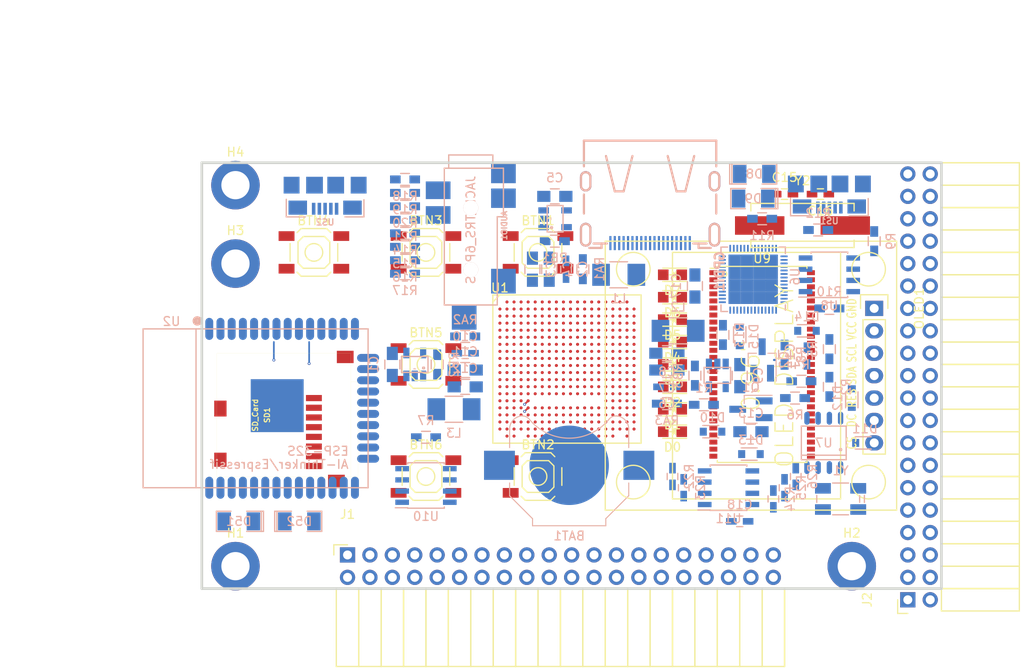
<source format=kicad_pcb>
(kicad_pcb (version 4) (host pcbnew 4.0.5+dfsg1-4)
  (layers (0 F.Cu signal) (1 In1.Cu signal) (2 In2.Cu signal) (31 B.Cu signal) (34 B.Paste user) (35 F.Paste user) (36 B.SilkS user) (37 F.SilkS user) (38 B.Mask user) (39 F.Mask user) (44 Edge.Cuts user))
  (net 0 "")
  (net 1 GND)
  (net 2 +5V)
  (net 3 /gpio/IN5V)
  (net 4 /gpio/OUT5V)
  (net 5 +3V3)
  (net 6 "Net-(L1-Pad1)")
  (net 7 "Net-(L2-Pad1)")
  (net 8 +1V2)
  (net 9 BTN_D)
  (net 10 BTN_F1)
  (net 11 BTN_F2)
  (net 12 BTN_L)
  (net 13 BTN_R)
  (net 14 BTN_U)
  (net 15 /power/FB1)
  (net 16 +2V5)
  (net 17 "Net-(L3-Pad1)")
  (net 18 /power/PWREN)
  (net 19 /power/FB3)
  (net 20 /power/FB2)
  (net 21 "Net-(D9-Pad1)")
  (net 22 /power/VBAT)
  (net 23 SD_3)
  (net 24 JTAG_TDI)
  (net 25 JTAG_TCK)
  (net 26 JTAG_TMS)
  (net 27 JTAG_TDO)
  (net 28 /power/WAKEUPn)
  (net 29 /power/WKUP)
  (net 30 /power/SHUT)
  (net 31 /power/WAKE)
  (net 32 /power/HOLD)
  (net 33 /power/WKn)
  (net 34 /power/OSCI_32k)
  (net 35 /power/OSCO_32k)
  (net 36 /usb/OSCI_12M)
  (net 37 +1V8)
  (net 38 FTDI_nSUSPEND)
  (net 39 USB_FTDI_DM)
  (net 40 USB_FTDI_DP)
  (net 41 /usb/OSCO_12M)
  (net 42 "Net-(Q2-Pad3)")
  (net 43 /usb/EECLK)
  (net 44 /usb/EECS)
  (net 45 "Net-(R11-Pad2)")
  (net 46 /usb/EEDATA)
  (net 47 SHUTDOWN)
  (net 48 /analog/AUDIO_L)
  (net 49 /analog/AUDIO_R)
  (net 50 GPDI_5V_SCL)
  (net 51 GPDI_5V_SDA)
  (net 52 GPDI_SDA)
  (net 53 GPDI_SCL)
  (net 54 /gpdi/VREF2)
  (net 55 /blinkey/BTNPU)
  (net 56 SD_CMD)
  (net 57 SD_CLK)
  (net 58 SD_D0)
  (net 59 SD_D1)
  (net 60 USB5V)
  (net 61 /gpio/B11)
  (net 62 /gpio/C11)
  (net 63 /gpio/A10)
  (net 64 /gpio/A11)
  (net 65 /gpio/B10)
  (net 66 /gpio/A9)
  (net 67 /gpio/C10)
  (net 68 /gpio/B9)
  (net 69 /gpio/E9)
  (net 70 /gpio/D9)
  (net 71 /gpio/A8)
  (net 72 /gpio/A7)
  (net 73 /gpio/B8)
  (net 74 /gpio/C8)
  (net 75 /gpio/D8)
  (net 76 /gpio/E8)
  (net 77 /gpio/C7)
  (net 78 /gpio/C6)
  (net 79 /gpio/D7)
  (net 80 /gpio/E7)
  (net 81 /gpio/D6)
  (net 82 /gpio/E6)
  (net 83 /gpio/B6)
  (net 84 /gpio/A6)
  (net 85 /gpio/A19)
  (net 86 /gpio/B20)
  (net 87 /gpio/A18)
  (net 88 /gpio/B19)
  (net 89 /gpio/A17)
  (net 90 /gpio/B18)
  (net 91 /gpio/B17)
  (net 92 /gpio/C17)
  (net 93 /gpio/C16)
  (net 94 /gpio/D16)
  (net 95 /gpio/A16)
  (net 96 /gpio/B16)
  (net 97 /gpio/D15)
  (net 98 /gpio/E15)
  (net 99 /gpio/B15)
  (net 100 /gpio/C15)
  (net 101 /gpio/D14)
  (net 102 /gpio/E14)
  (net 103 /gpio/A14)
  (net 104 /gpio/C14)
  (net 105 /gpio/D13)
  (net 106 /gpio/E13)
  (net 107 /gpio/B13)
  (net 108 /gpio/C13)
  (net 109 /gpio/A12)
  (net 110 /gpio/A13)
  (net 111 /gpio/D12)
  (net 112 /gpio/E12)
  (net 113 /gpio/B12)
  (net 114 /gpio/C12)
  (net 115 /gpio/D11)
  (net 116 /gpio/E11)
  (module Keystone_3000_1x12mm-CoinCell:Keystone_3000_1x12mm-CoinCell (layer B.Cu) (at 135.73 95.71)
    (fp_text reference BAT1 (at 0 8) (layer B.SilkS) (effects (justify mirror)))
    (fp_text value CR1225)
    (pad 1 smd rect (at -7.9 0) (size 3.5 3.3) (layers B.Cu B.Paste B.Mask) (net 22 /power/VBAT))
    (pad 1 smd rect (at 7.9 0) (size 3.5 3.3) (layers B.Cu B.Paste B.Mask) (net 22 /power/VBAT))
    (pad 2 smd circle (at 0 0) (size 9 9) (layers B.Cu B.Mask) (net 1 GND))
  )
  (module SMD_Packages:SMD-1206_Pol (layer B.Cu) (at 105.149 102.06)
    (fp_text reference D52 (at 0 0) (layer B.SilkS) (effects (justify mirror)))
    (fp_text value 2A)
    (pad 1 smd rect (at -1.651 0) (size 1.524 2.032) (layers B.Cu B.Paste B.Mask) (net 4 /gpio/OUT5V))
    (pad 2 smd rect (at 1.651 0) (size 1.524 2.032) (layers B.Cu B.Paste B.Mask) (net 2 +5V))
  )
  (module SMD_Packages:SMD-1206_Pol (layer B.Cu) (at 98.291 102.06 180)
    (fp_text reference D51 (at 0 0 180) (layer B.SilkS) (effects (justify mirror)))
    (fp_text value 2A)
    (pad 1 smd rect (at -1.651 0 180) (size 1.524 2.032) (layers B.Cu B.Paste B.Mask) (net 2 +5V))
    (pad 2 smd rect (at 1.651 0 180) (size 1.524 2.032) (layers B.Cu B.Paste B.Mask) (net 3 /gpio/IN5V))
  )
  (module micro-sd:MicroSD_TF02D (layer F.Cu) (at 95.8 90.03 90)
    (fp_text reference SD1 (at 0 5.7 90) (layer F.SilkS) (effects (font (size 0.59944 0.59944) (thickness 0.12446))))
    (fp_text value SD_Card (at 0 4.35 90) (layer F.SilkS) (effects (font (size 0.59944 0.59944) (thickness 0.12446))))
    (pad 1 smd rect (at 1.94 11 90) (size 0.7 1.8) (layers F.Cu F.Paste F.Mask) (net 23 SD_3))
    (pad 2 smd rect (at 0.84 11 90) (size 0.7 1.8) (layers F.Cu F.Paste F.Mask) (net 56 SD_CMD))
    (pad 3 smd rect (at -0.26 11 90) (size 0.7 1.8) (layers F.Cu F.Paste F.Mask) (net 1 GND))
    (pad 4 smd rect (at -1.36 11 90) (size 0.7 1.8) (layers F.Cu F.Paste F.Mask) (net 5 +3V3))
    (pad 5 smd rect (at -2.46 11 90) (size 0.7 1.8) (layers F.Cu F.Paste F.Mask) (net 57 SD_CLK))
    (pad 6 smd rect (at -3.56 11 90) (size 0.7 1.8) (layers F.Cu F.Paste F.Mask) (net 1 GND))
    (pad 7 smd rect (at -4.66 11 90) (size 0.7 1.8) (layers F.Cu F.Paste F.Mask) (net 58 SD_D0))
    (pad 8 smd rect (at -5.76 11 90) (size 0.7 1.8) (layers F.Cu F.Paste F.Mask) (net 59 SD_D1))
    (pad S smd rect (at -5.05 0.4 90) (size 1.6 1.4) (layers F.Cu F.Paste F.Mask))
    (pad S smd rect (at 0.75 0.4 90) (size 1.8 1.4) (layers F.Cu F.Paste F.Mask))
    (pad G smd rect (at -7.45 13.55 90) (size 1.4 1.9) (layers F.Cu F.Paste F.Mask))
    (pad G smd rect (at 6.6 14.55 90) (size 1.4 1.9) (layers F.Cu F.Paste F.Mask))
  )
  (module Resistors_SMD:R_1210_HandSoldering (layer B.Cu) (at 141.344 74.12)
    (fp_text reference L1 (at 0 2.7) (layer B.SilkS) (effects (justify mirror)))
    (fp_text value 2.2uH)
    (pad 1 smd rect (at -2 0) (size 2 2.5) (layers B.Cu B.Paste B.Mask) (net 6 "Net-(L1-Pad1)"))
    (pad 2 smd rect (at 2 0) (size 2 2.5) (layers B.Cu B.Paste B.Mask) (net 8 +1V2))
  )
  (module TSOT-25:TSOT-25 (layer B.Cu) (at 134.135 67.77 90)
    (fp_text reference U3 (at 0 -0.5 90) (layer B.SilkS) (effects (font (size 0.15 0.15) (thickness 0.0375)) (justify mirror)))
    (fp_text value AP3429A)
    (pad 1 smd rect (at -0.95 -1.3 90) (size 0.7 1.2) (layers B.Cu B.Paste B.Mask) (net 18 /power/PWREN))
    (pad 2 smd rect (at 0 -1.3 90) (size 0.7 1.2) (layers B.Cu B.Paste B.Mask) (net 1 GND))
    (pad 3 smd rect (at 0.95 -1.3 90) (size 0.7 1.2) (layers B.Cu B.Paste B.Mask) (net 6 "Net-(L1-Pad1)"))
    (pad 4 smd rect (at 0.95 1.3 90) (size 0.7 1.2) (layers B.Cu B.Paste B.Mask) (net 2 +5V))
    (pad 5 smd rect (at -0.95 1.3 90) (size 0.7 1.2) (layers B.Cu B.Paste B.Mask) (net 15 /power/FB1))
  )
  (module Resistors_SMD:R_1210_HandSoldering (layer B.Cu) (at 148.075 80.47 180)
    (fp_text reference L2 (at 0 2.7 180) (layer B.SilkS) (effects (justify mirror)))
    (fp_text value 2.2uH)
    (pad 1 smd rect (at -2 0 180) (size 2 2.5) (layers B.Cu B.Paste B.Mask) (net 7 "Net-(L2-Pad1)"))
    (pad 2 smd rect (at 2 0 180) (size 2 2.5) (layers B.Cu B.Paste B.Mask) (net 5 +3V3))
  )
  (module TSOT-25:TSOT-25 (layer B.Cu) (at 152.52 85.52)
    (fp_text reference U4 (at 0 -0.5) (layer B.SilkS) (effects (font (size 0.15 0.15) (thickness 0.0375)) (justify mirror)))
    (fp_text value AP3429A)
    (pad 1 smd rect (at -0.95 -1.3) (size 0.7 1.2) (layers B.Cu B.Paste B.Mask) (net 18 /power/PWREN))
    (pad 2 smd rect (at 0 -1.3) (size 0.7 1.2) (layers B.Cu B.Paste B.Mask) (net 1 GND))
    (pad 3 smd rect (at 0.95 -1.3) (size 0.7 1.2) (layers B.Cu B.Paste B.Mask) (net 7 "Net-(L2-Pad1)"))
    (pad 4 smd rect (at 0.95 1.3) (size 0.7 1.2) (layers B.Cu B.Paste B.Mask) (net 2 +5V))
    (pad 5 smd rect (at -0.95 1.3) (size 0.7 1.2) (layers B.Cu B.Paste B.Mask) (net 19 /power/FB3))
  )
  (module Buttons_Switches_SMD:SW_SPST_SKQG (layer F.Cu) (at 132.2 71.58)
    (fp_text reference BTN1 (at 0 -3.6) (layer F.SilkS))
    (fp_text value FIRE1)
    (pad 1 smd rect (at -3.1 -1.85) (size 1.8 1.1) (layers F.Cu F.Paste F.Mask) (net 55 /blinkey/BTNPU))
    (pad 1 smd rect (at 3.1 -1.85) (size 1.8 1.1) (layers F.Cu F.Paste F.Mask) (net 55 /blinkey/BTNPU))
    (pad 2 smd rect (at -3.1 1.85) (size 1.8 1.1) (layers F.Cu F.Paste F.Mask) (net 10 BTN_F1))
    (pad 2 smd rect (at 3.1 1.85) (size 1.8 1.1) (layers F.Cu F.Paste F.Mask) (net 10 BTN_F1))
  )
  (module Buttons_Switches_SMD:SW_SPST_SKQG (layer F.Cu) (at 132.2 96.98)
    (fp_text reference BTN2 (at 0 -3.6) (layer F.SilkS))
    (fp_text value FIRE2)
    (pad 1 smd rect (at -3.1 -1.85) (size 1.8 1.1) (layers F.Cu F.Paste F.Mask) (net 55 /blinkey/BTNPU))
    (pad 1 smd rect (at 3.1 -1.85) (size 1.8 1.1) (layers F.Cu F.Paste F.Mask) (net 55 /blinkey/BTNPU))
    (pad 2 smd rect (at -3.1 1.85) (size 1.8 1.1) (layers F.Cu F.Paste F.Mask) (net 11 BTN_F2))
    (pad 2 smd rect (at 3.1 1.85) (size 1.8 1.1) (layers F.Cu F.Paste F.Mask) (net 11 BTN_F2))
  )
  (module Buttons_Switches_SMD:SW_SPST_SKQG (layer F.Cu) (at 119.5 71.58)
    (fp_text reference BTN3 (at 0 -3.6) (layer F.SilkS))
    (fp_text value UP)
    (pad 1 smd rect (at -3.1 -1.85) (size 1.8 1.1) (layers F.Cu F.Paste F.Mask) (net 55 /blinkey/BTNPU))
    (pad 1 smd rect (at 3.1 -1.85) (size 1.8 1.1) (layers F.Cu F.Paste F.Mask) (net 55 /blinkey/BTNPU))
    (pad 2 smd rect (at -3.1 1.85) (size 1.8 1.1) (layers F.Cu F.Paste F.Mask) (net 14 BTN_U))
    (pad 2 smd rect (at 3.1 1.85) (size 1.8 1.1) (layers F.Cu F.Paste F.Mask) (net 14 BTN_U))
  )
  (module Buttons_Switches_SMD:SW_SPST_SKQG (layer F.Cu) (at 106.8 71.58)
    (fp_text reference BTN4 (at 0 -3.6) (layer F.SilkS))
    (fp_text value DOWN)
    (pad 1 smd rect (at -3.1 -1.85) (size 1.8 1.1) (layers F.Cu F.Paste F.Mask) (net 55 /blinkey/BTNPU))
    (pad 1 smd rect (at 3.1 -1.85) (size 1.8 1.1) (layers F.Cu F.Paste F.Mask) (net 55 /blinkey/BTNPU))
    (pad 2 smd rect (at -3.1 1.85) (size 1.8 1.1) (layers F.Cu F.Paste F.Mask) (net 9 BTN_D))
    (pad 2 smd rect (at 3.1 1.85) (size 1.8 1.1) (layers F.Cu F.Paste F.Mask) (net 9 BTN_D))
  )
  (module Buttons_Switches_SMD:SW_SPST_SKQG (layer F.Cu) (at 119.5 84.28)
    (fp_text reference BTN5 (at 0 -3.6) (layer F.SilkS))
    (fp_text value LEFT)
    (pad 1 smd rect (at -3.1 -1.85) (size 1.8 1.1) (layers F.Cu F.Paste F.Mask) (net 55 /blinkey/BTNPU))
    (pad 1 smd rect (at 3.1 -1.85) (size 1.8 1.1) (layers F.Cu F.Paste F.Mask) (net 55 /blinkey/BTNPU))
    (pad 2 smd rect (at -3.1 1.85) (size 1.8 1.1) (layers F.Cu F.Paste F.Mask) (net 12 BTN_L))
    (pad 2 smd rect (at 3.1 1.85) (size 1.8 1.1) (layers F.Cu F.Paste F.Mask) (net 12 BTN_L))
  )
  (module Buttons_Switches_SMD:SW_SPST_SKQG (layer F.Cu) (at 119.5 96.98)
    (fp_text reference BTN6 (at 0 -3.6) (layer F.SilkS))
    (fp_text value RIGHT)
    (pad 1 smd rect (at -3.1 -1.85) (size 1.8 1.1) (layers F.Cu F.Paste F.Mask) (net 55 /blinkey/BTNPU))
    (pad 1 smd rect (at 3.1 -1.85) (size 1.8 1.1) (layers F.Cu F.Paste F.Mask) (net 55 /blinkey/BTNPU))
    (pad 2 smd rect (at -3.1 1.85) (size 1.8 1.1) (layers F.Cu F.Paste F.Mask) (net 13 BTN_R))
    (pad 2 smd rect (at 3.1 1.85) (size 1.8 1.1) (layers F.Cu F.Paste F.Mask) (net 13 BTN_R))
  )
  (module LEDs:LED_0805 (layer F.Cu) (at 147.44 91.9 180)
    (fp_text reference D0 (at 0 -1.75 180) (layer F.SilkS))
    (fp_text value LED)
    (pad 2 smd rect (at 1.04902 0) (size 1.19888 1.19888) (layers F.Cu F.Paste F.Mask))
    (pad 1 smd rect (at -1.04902 0) (size 1.19888 1.19888) (layers F.Cu F.Paste F.Mask) (net 1 GND))
  )
  (module LEDs:LED_0805 (layer F.Cu) (at 147.44 89.36 180)
    (fp_text reference D1 (at 0 -1.75 180) (layer F.SilkS))
    (fp_text value LED)
    (pad 2 smd rect (at 1.04902 0) (size 1.19888 1.19888) (layers F.Cu F.Paste F.Mask))
    (pad 1 smd rect (at -1.04902 0) (size 1.19888 1.19888) (layers F.Cu F.Paste F.Mask) (net 1 GND))
  )
  (module LEDs:LED_0805 (layer F.Cu) (at 147.44 86.82 180)
    (fp_text reference D2 (at 0 -1.75 180) (layer F.SilkS))
    (fp_text value LED)
    (pad 2 smd rect (at 1.04902 0) (size 1.19888 1.19888) (layers F.Cu F.Paste F.Mask))
    (pad 1 smd rect (at -1.04902 0) (size 1.19888 1.19888) (layers F.Cu F.Paste F.Mask) (net 1 GND))
  )
  (module LEDs:LED_0805 (layer F.Cu) (at 147.44 84.28 180)
    (fp_text reference D3 (at 0 -1.75 180) (layer F.SilkS))
    (fp_text value LED)
    (pad 2 smd rect (at 1.04902 0) (size 1.19888 1.19888) (layers F.Cu F.Paste F.Mask))
    (pad 1 smd rect (at -1.04902 0) (size 1.19888 1.19888) (layers F.Cu F.Paste F.Mask) (net 1 GND))
  )
  (module LEDs:LED_0805 (layer F.Cu) (at 147.44 81.74 180)
    (fp_text reference D4 (at 0 -1.75 180) (layer F.SilkS))
    (fp_text value LED)
    (pad 2 smd rect (at 1.04902 0) (size 1.19888 1.19888) (layers F.Cu F.Paste F.Mask))
    (pad 1 smd rect (at -1.04902 0) (size 1.19888 1.19888) (layers F.Cu F.Paste F.Mask) (net 1 GND))
  )
  (module LEDs:LED_0805 (layer F.Cu) (at 147.44 79.2 180)
    (fp_text reference D5 (at 0 -1.75 180) (layer F.SilkS))
    (fp_text value LED)
    (pad 2 smd rect (at 1.04902 0) (size 1.19888 1.19888) (layers F.Cu F.Paste F.Mask))
    (pad 1 smd rect (at -1.04902 0) (size 1.19888 1.19888) (layers F.Cu F.Paste F.Mask) (net 1 GND))
  )
  (module LEDs:LED_0805 (layer F.Cu) (at 147.44 76.66 180)
    (fp_text reference D6 (at 0 -1.75 180) (layer F.SilkS))
    (fp_text value LED)
    (pad 2 smd rect (at 1.04902 0) (size 1.19888 1.19888) (layers F.Cu F.Paste F.Mask))
    (pad 1 smd rect (at -1.04902 0) (size 1.19888 1.19888) (layers F.Cu F.Paste F.Mask) (net 1 GND))
  )
  (module LEDs:LED_0805 (layer F.Cu) (at 147.44 74.12 180)
    (fp_text reference D7 (at 0 -1.75 180) (layer F.SilkS))
    (fp_text value LED)
    (pad 2 smd rect (at 1.04902 0) (size 1.19888 1.19888) (layers F.Cu F.Paste F.Mask))
    (pad 1 smd rect (at -1.04902 0) (size 1.19888 1.19888) (layers F.Cu F.Paste F.Mask) (net 1 GND))
  )
  (module Resistors_SMD:R_1210_HandSoldering (layer B.Cu) (at 122.675 89.36)
    (fp_text reference L3 (at 0 2.7) (layer B.SilkS) (effects (justify mirror)))
    (fp_text value 2.2uH)
    (pad 1 smd rect (at -2 0) (size 2 2.5) (layers B.Cu B.Paste B.Mask) (net 17 "Net-(L3-Pad1)"))
    (pad 2 smd rect (at 2 0) (size 2 2.5) (layers B.Cu B.Paste B.Mask) (net 16 +2V5))
  )
  (module TSOT-25:TSOT-25 (layer B.Cu) (at 118.23 84.28 180)
    (fp_text reference U5 (at 0 -0.5 180) (layer B.SilkS) (effects (font (size 0.15 0.15) (thickness 0.0375)) (justify mirror)))
    (fp_text value AP3429A)
    (pad 1 smd rect (at -0.95 -1.3 180) (size 0.7 1.2) (layers B.Cu B.Paste B.Mask) (net 18 /power/PWREN))
    (pad 2 smd rect (at 0 -1.3 180) (size 0.7 1.2) (layers B.Cu B.Paste B.Mask) (net 1 GND))
    (pad 3 smd rect (at 0.95 -1.3 180) (size 0.7 1.2) (layers B.Cu B.Paste B.Mask) (net 17 "Net-(L3-Pad1)"))
    (pad 4 smd rect (at 0.95 1.3 180) (size 0.7 1.2) (layers B.Cu B.Paste B.Mask) (net 2 +5V))
    (pad 5 smd rect (at -0.95 1.3 180) (size 0.7 1.2) (layers B.Cu B.Paste B.Mask) (net 20 /power/FB2))
  )
  (module Capacitors_SMD:C_0805_HandSoldering (layer B.Cu) (at 115.69 84.28 270)
    (fp_text reference C1 (at 0 2.1 270) (layer B.SilkS) (effects (justify mirror)))
    (fp_text value 22uF)
    (pad 1 smd rect (at -1.25 0 270) (size 1.5 1.25) (layers B.Cu B.Paste B.Mask) (net 2 +5V))
    (pad 2 smd rect (at 1.25 0 270) (size 1.5 1.25) (layers B.Cu B.Paste B.Mask) (net 1 GND))
  )
  (module Capacitors_SMD:C_0805_HandSoldering (layer B.Cu) (at 131.565 73.485 90)
    (fp_text reference C3 (at 0 2.1 90) (layer B.SilkS) (effects (justify mirror)))
    (fp_text value 22uF)
    (pad 1 smd rect (at -1.25 0 90) (size 1.5 1.25) (layers B.Cu B.Paste B.Mask) (net 8 +1V2))
    (pad 2 smd rect (at 1.25 0 90) (size 1.5 1.25) (layers B.Cu B.Paste B.Mask) (net 1 GND))
  )
  (module Capacitors_SMD:C_0805_HandSoldering (layer B.Cu) (at 133.47 73.485 90)
    (fp_text reference C4 (at 0 2.1 90) (layer B.SilkS) (effects (justify mirror)))
    (fp_text value 22uF)
    (pad 1 smd rect (at -1.25 0 90) (size 1.5 1.25) (layers B.Cu B.Paste B.Mask) (net 8 +1V2))
    (pad 2 smd rect (at 1.25 0 90) (size 1.5 1.25) (layers B.Cu B.Paste B.Mask) (net 1 GND))
  )
  (module Capacitors_SMD:C_0805_HandSoldering (layer B.Cu) (at 134.105 65.23 180)
    (fp_text reference C5 (at 0 2.1 180) (layer B.SilkS) (effects (justify mirror)))
    (fp_text value 22uF)
    (pad 1 smd rect (at -1.25 0 180) (size 1.5 1.25) (layers B.Cu B.Paste B.Mask) (net 2 +5V))
    (pad 2 smd rect (at 1.25 0 180) (size 1.5 1.25) (layers B.Cu B.Paste B.Mask) (net 1 GND))
  )
  (module Capacitors_SMD:C_0805_HandSoldering (layer B.Cu) (at 146.805 84.915)
    (fp_text reference C7 (at 0 2.1) (layer B.SilkS) (effects (justify mirror)))
    (fp_text value 22uF)
    (pad 1 smd rect (at -1.25 0) (size 1.5 1.25) (layers B.Cu B.Paste B.Mask) (net 5 +3V3))
    (pad 2 smd rect (at 1.25 0) (size 1.5 1.25) (layers B.Cu B.Paste B.Mask) (net 1 GND))
  )
  (module Capacitors_SMD:C_0805_HandSoldering (layer B.Cu) (at 146.805 83.01)
    (fp_text reference C8 (at 0 2.1) (layer B.SilkS) (effects (justify mirror)))
    (fp_text value 22uF)
    (pad 1 smd rect (at -1.25 0) (size 1.5 1.25) (layers B.Cu B.Paste B.Mask) (net 5 +3V3))
    (pad 2 smd rect (at 1.25 0) (size 1.5 1.25) (layers B.Cu B.Paste B.Mask) (net 1 GND))
  )
  (module Capacitors_SMD:C_0805_HandSoldering (layer B.Cu) (at 155.06 85.55 90)
    (fp_text reference C9 (at 0 2.1 90) (layer B.SilkS) (effects (justify mirror)))
    (fp_text value 22uF)
    (pad 1 smd rect (at -1.25 0 90) (size 1.5 1.25) (layers B.Cu B.Paste B.Mask) (net 2 +5V))
    (pad 2 smd rect (at 1.25 0 90) (size 1.5 1.25) (layers B.Cu B.Paste B.Mask) (net 1 GND))
  )
  (module Capacitors_SMD:C_0805_HandSoldering (layer B.Cu) (at 123.945 84.915 180)
    (fp_text reference C11 (at 0 2.1 180) (layer B.SilkS) (effects (justify mirror)))
    (fp_text value 22uF)
    (pad 1 smd rect (at -1.25 0 180) (size 1.5 1.25) (layers B.Cu B.Paste B.Mask) (net 16 +2V5))
    (pad 2 smd rect (at 1.25 0 180) (size 1.5 1.25) (layers B.Cu B.Paste B.Mask) (net 1 GND))
  )
  (module Capacitors_SMD:C_0805_HandSoldering (layer B.Cu) (at 123.945 86.82 180)
    (fp_text reference C12 (at 0 2.1 180) (layer B.SilkS) (effects (justify mirror)))
    (fp_text value 22uF)
    (pad 1 smd rect (at -1.25 0 180) (size 1.5 1.25) (layers B.Cu B.Paste B.Mask) (net 16 +2V5))
    (pad 2 smd rect (at 1.25 0 180) (size 1.5 1.25) (layers B.Cu B.Paste B.Mask) (net 1 GND))
  )
  (module SMD_Packages:SMD-1206_Pol (layer B.Cu) (at 156.711 62.69)
    (fp_text reference D8 (at 0 0) (layer B.SilkS) (effects (justify mirror)))
    (fp_text value 2A)
    (pad 1 smd rect (at -1.651 0) (size 1.524 2.032) (layers B.Cu B.Paste B.Mask) (net 2 +5V))
    (pad 2 smd rect (at 1.651 0) (size 1.524 2.032) (layers B.Cu B.Paste B.Mask) (net 60 USB5V))
  )
  (module SMD_Packages:SMD-1206_Pol (layer B.Cu) (at 156.584 65.484 180)
    (fp_text reference D9 (at 0 0 180) (layer B.SilkS) (effects (justify mirror)))
    (fp_text value 2A)
    (pad 1 smd rect (at -1.651 0 180) (size 1.524 2.032) (layers B.Cu B.Paste B.Mask) (net 21 "Net-(D9-Pad1)"))
    (pad 2 smd rect (at 1.651 0 180) (size 1.524 2.032) (layers B.Cu B.Paste B.Mask) (net 2 +5V))
  )
  (module Power_Integrations:SO-8 (layer B.Cu) (at 164.585 93.17 180)
    (fp_text reference U7 (at 0 0 180) (layer B.SilkS) (effects (justify mirror)))
    (fp_text value PCF8523)
    (pad 1 smd oval (at -1.905 -2.794 180) (size 0.6096 1.4732) (layers B.Cu B.Paste B.Mask) (net 34 /power/OSCI_32k))
    (pad 2 smd oval (at -0.635 -2.794 180) (size 0.6096 1.4732) (layers B.Cu B.Paste B.Mask) (net 35 /power/OSCO_32k))
    (pad 3 smd oval (at 0.635 -2.794 180) (size 0.6096 1.4732) (layers B.Cu B.Paste B.Mask) (net 22 /power/VBAT))
    (pad 4 smd oval (at 1.905 -2.794 180) (size 0.6096 1.4732) (layers B.Cu B.Paste B.Mask) (net 1 GND))
    (pad 5 smd oval (at 1.905 2.794 180) (size 0.6096 1.4732) (layers B.Cu B.Paste B.Mask))
    (pad 6 smd oval (at 0.635 2.794 180) (size 0.6096 1.4732) (layers B.Cu B.Paste B.Mask))
    (pad 7 smd oval (at -0.635 2.794 180) (size 0.6096 1.4732) (layers B.Cu B.Paste B.Mask) (net 28 /power/WAKEUPn))
    (pad 8 smd oval (at -1.905 2.794 180) (size 0.6096 1.4732) (layers B.Cu B.Paste B.Mask) (net 16 +2V5))
  )
  (module Capacitors_SMD:C_0805_HandSoldering (layer B.Cu) (at 156.33 91.9 180)
    (fp_text reference C13 (at 0 2.1 180) (layer B.SilkS) (effects (justify mirror)))
    (fp_text value 2.2uF)
    (pad 1 smd rect (at -1.25 0 180) (size 1.5 1.25) (layers B.Cu B.Paste B.Mask) (net 2 +5V))
    (pad 2 smd rect (at 1.25 0 180) (size 1.5 1.25) (layers B.Cu B.Paste B.Mask) (net 29 /power/WKUP))
  )
  (module Diodes_SMD:D_0805 (layer B.Cu) (at 151.978 91.9)
    (fp_text reference D10 (at 0 -1.6) (layer B.SilkS) (effects (justify mirror)))
    (fp_text value 1N4148)
    (pad 1 smd rect (at -1.05 0) (size 0.8 0.9) (layers B.Cu B.Paste B.Mask) (net 31 /power/WAKE))
    (pad 2 smd rect (at 1.05 0) (size 0.8 0.9) (layers B.Cu B.Paste B.Mask) (net 29 /power/WKUP))
  )
  (module Diodes_SMD:D_0805 (layer B.Cu) (at 169.25 93.17)
    (fp_text reference D11 (at 0 -1.6) (layer B.SilkS) (effects (justify mirror)))
    (fp_text value 1N4148)
    (pad 1 smd rect (at -1.05 0) (size 0.8 0.9) (layers B.Cu B.Paste B.Mask) (net 32 /power/HOLD))
    (pad 2 smd rect (at 1.05 0) (size 0.8 0.9) (layers B.Cu B.Paste B.Mask) (net 5 +3V3))
  )
  (module Diodes_SMD:D_0805 (layer B.Cu) (at 155.06 81.105 270)
    (fp_text reference D15 (at 0 -1.6 270) (layer B.SilkS) (effects (justify mirror)))
    (fp_text value BAT42)
    (pad 1 smd rect (at -1.05 0 270) (size 0.8 0.9) (layers B.Cu B.Paste B.Mask) (net 30 /power/SHUT))
    (pad 2 smd rect (at 1.05 0 270) (size 0.8 0.9) (layers B.Cu B.Paste B.Mask) (net 47 SHUTDOWN))
  )
  (module Diodes_SMD:D_0805 (layer B.Cu) (at 167.76 88.09 90)
    (fp_text reference D12 (at 0 -1.6 90) (layer B.SilkS) (effects (justify mirror)))
    (fp_text value 1N4148)
    (pad 1 smd rect (at -1.05 0 90) (size 0.8 0.9) (layers B.Cu B.Paste B.Mask) (net 18 /power/PWREN))
    (pad 2 smd rect (at 1.05 0 90) (size 0.8 0.9) (layers B.Cu B.Paste B.Mask) (net 38 FTDI_nSUSPEND))
  )
  (module usb_otg:USB-MICRO-B-FCI-10118192-0001LF (layer B.Cu) (at 165.22 63.825)
    (fp_text reference US1 (at 0 4.2) (layer B.SilkS) (effects (font (size 0.7 0.7)) (justify mirror)))
    (fp_text value USB_FTDI hide)
    (pad 6 smd rect (at -3.1 2.55) (size 2.1 1.6) (layers B.Cu B.Paste B.Mask) (net 1 GND))
    (pad 6 smd rect (at 3.1 2.55) (size 2.1 1.6) (layers B.Cu B.Paste B.Mask) (net 1 GND))
    (pad "" smd rect (at -1.2 0) (size 1.9 1.9) (layers B.Cu B.Paste B.Mask))
    (pad "" smd rect (at 1.2 0) (size 1.9 1.9) (layers B.Cu B.Paste B.Mask))
    (pad 1 smd rect (at -1.3 2.675) (size 0.4 1.35) (layers B.Cu B.Paste B.Mask) (net 60 USB5V))
    (pad 2 smd rect (at -0.65 2.675) (size 0.4 1.35) (layers B.Cu B.Paste B.Mask) (net 39 USB_FTDI_DM))
    (pad 3 smd rect (at 0 2.675) (size 0.4 1.35) (layers B.Cu B.Paste B.Mask) (net 40 USB_FTDI_DP))
    (pad 4 smd rect (at 0.65 2.675) (size 0.4 1.35) (layers B.Cu B.Paste B.Mask))
    (pad 5 smd rect (at 1.3 2.675) (size 0.4 1.35) (layers B.Cu B.Paste B.Mask) (net 1 GND))
    (pad "" smd rect (at -3.8 0) (size 1.8 1.9) (layers B.Cu B.Paste B.Mask))
    (pad "" smd rect (at 3.8 0) (size 1.8 1.9) (layers B.Cu B.Paste B.Mask))
  )
  (module usb_otg:USB-MICRO-B-FCI-10118192-0001LF (layer B.Cu) (at 108.07 63.96)
    (fp_text reference US2 (at 0 4.2) (layer B.SilkS) (effects (font (size 0.7 0.7)) (justify mirror)))
    (fp_text value USB_FPGA hide)
    (pad 6 smd rect (at -3.1 2.55) (size 2.1 1.6) (layers B.Cu B.Paste B.Mask) (net 1 GND))
    (pad 6 smd rect (at 3.1 2.55) (size 2.1 1.6) (layers B.Cu B.Paste B.Mask) (net 1 GND))
    (pad "" smd rect (at -1.2 0) (size 1.9 1.9) (layers B.Cu B.Paste B.Mask))
    (pad "" smd rect (at 1.2 0) (size 1.9 1.9) (layers B.Cu B.Paste B.Mask))
    (pad 1 smd rect (at -1.3 2.675) (size 0.4 1.35) (layers B.Cu B.Paste B.Mask) (net 21 "Net-(D9-Pad1)"))
    (pad 2 smd rect (at -0.65 2.675) (size 0.4 1.35) (layers B.Cu B.Paste B.Mask))
    (pad 3 smd rect (at 0 2.675) (size 0.4 1.35) (layers B.Cu B.Paste B.Mask))
    (pad 4 smd rect (at 0.65 2.675) (size 0.4 1.35) (layers B.Cu B.Paste B.Mask))
    (pad 5 smd rect (at 1.3 2.675) (size 0.4 1.35) (layers B.Cu B.Paste B.Mask) (net 1 GND))
    (pad "" smd rect (at -3.8 0) (size 1.8 1.9) (layers B.Cu B.Paste B.Mask))
    (pad "" smd rect (at 3.8 0) (size 1.8 1.9) (layers B.Cu B.Paste B.Mask))
  )
  (module audio-jack:CUI_SJ-43516-SMT (layer B.Cu) (at 124.58 69.04 270)
    (fp_text reference AUDIO1 (at -0.5 -3.8 270) (layer B.SilkS) (effects (font (size 0.6096 0.6096) (thickness 0.1524)) (justify mirror)))
    (fp_text value JACK_TRS_6PINS (at 0 0 270) (layer B.SilkS) (effects (justify mirror)))
    (pad 1 smd rect (at -6.4 -3.7 270) (size 2.2 2.8) (layers B.Cu B.Paste B.Mask) (net 48 /analog/AUDIO_L))
    (pad 4 smd rect (at -3.6 -3.7 270) (size 2.2 2.8) (layers B.Cu B.Paste B.Mask))
    (pad 2 smd rect (at 5.8 -3.7 270) (size 2.8 2.8) (layers B.Cu B.Paste B.Mask) (net 1 GND))
    (pad 5 smd rect (at 9.9 0.75 270) (size 2.8 2.8) (layers B.Cu B.Paste B.Mask))
    (pad 3 smd rect (at -1.7 3.7 270) (size 2 2.8) (layers B.Cu B.Paste B.Mask) (net 49 /analog/AUDIO_R))
    (pad 6 smd rect (at -4.5 3.7 270) (size 2 2.8) (layers B.Cu B.Paste B.Mask))
    (pad "" np_thru_hole circle (at -2.5 0 270) (size 1.7 1.7) (drill 1.7) (layers *.Cu *.Mask B.SilkS) (clearance 0.4))
    (pad "" np_thru_hole circle (at 4.5 0 270) (size 1.7 1.7) (drill 1.7) (layers *.Cu *.Mask B.SilkS) (clearance 0.4))
  )
  (module abs25:Crystal_SMD_ABS25 (layer B.Cu) (at 166.49 99.52 180)
    (fp_text reference Y1 (at 0 3.2 180) (layer B.SilkS) (effects (justify mirror)))
    (fp_text value 32768Hz)
    (pad 4 smd rect (at -2 1.2 180) (size 1.8 1.2) (layers B.Cu B.Paste B.Mask) (net 35 /power/OSCO_32k))
    (pad 3 smd rect (at 2 1.2 180) (size 1.8 1.2) (layers B.Cu B.Paste B.Mask))
    (pad 2 smd rect (at 2 -1.2 180) (size 1.8 1.2) (layers B.Cu B.Paste B.Mask))
    (pad 1 smd rect (at -2 -1.2 180) (size 1.8 1.2) (layers B.Cu B.Paste B.Mask) (net 34 /power/OSCI_32k))
  )
  (module TSOP54:TSOP54 (layer F.Cu) (at 157.6 84.28)
    (fp_text reference U9 (at 0 -12) (layer F.SilkS))
    (fp_text value MT48LC16M16A2TG)
    (pad 28 smd rect (at 5.53 10.4) (size 0.9 0.56) (layers F.Cu F.Paste F.Mask) (net 1 GND))
    (pad 1 smd rect (at -5.53 -10.4) (size 0.9 0.56) (layers F.Cu F.Paste F.Mask) (net 5 +3V3))
    (pad 2 smd rect (at -5.53 -9.6) (size 0.9 0.56) (layers F.Cu F.Paste F.Mask))
    (pad 3 smd rect (at -5.53 -8.8) (size 0.9 0.56) (layers F.Cu F.Paste F.Mask) (net 5 +3V3))
    (pad 4 smd rect (at -5.53 -8) (size 0.9 0.56) (layers F.Cu F.Paste F.Mask))
    (pad 5 smd rect (at -5.53 -7.2) (size 0.9 0.56) (layers F.Cu F.Paste F.Mask))
    (pad 6 smd rect (at -5.53 -6.4) (size 0.9 0.56) (layers F.Cu F.Paste F.Mask) (net 1 GND))
    (pad 7 smd rect (at -5.53 -5.6) (size 0.9 0.56) (layers F.Cu F.Paste F.Mask))
    (pad 8 smd rect (at -5.53 -4.8) (size 0.9 0.56) (layers F.Cu F.Paste F.Mask))
    (pad 9 smd rect (at -5.53 -4) (size 0.9 0.56) (layers F.Cu F.Paste F.Mask) (net 5 +3V3))
    (pad 10 smd rect (at -5.53 -3.2) (size 0.9 0.56) (layers F.Cu F.Paste F.Mask))
    (pad 11 smd rect (at -5.53 -2.4) (size 0.9 0.56) (layers F.Cu F.Paste F.Mask))
    (pad 12 smd rect (at -5.53 -1.6) (size 0.9 0.56) (layers F.Cu F.Paste F.Mask) (net 1 GND))
    (pad 13 smd rect (at -5.53 -0.8) (size 0.9 0.56) (layers F.Cu F.Paste F.Mask))
    (pad 14 smd rect (at -5.53 0) (size 0.9 0.56) (layers F.Cu F.Paste F.Mask) (net 5 +3V3))
    (pad 15 smd rect (at -5.53 0.8) (size 0.9 0.56) (layers F.Cu F.Paste F.Mask))
    (pad 16 smd rect (at -5.53 1.6) (size 0.9 0.56) (layers F.Cu F.Paste F.Mask))
    (pad 17 smd rect (at -5.53 2.4) (size 0.9 0.56) (layers F.Cu F.Paste F.Mask))
    (pad 18 smd rect (at -5.53 3.2) (size 0.9 0.56) (layers F.Cu F.Paste F.Mask))
    (pad 19 smd rect (at -5.53 4) (size 0.9 0.56) (layers F.Cu F.Paste F.Mask))
    (pad 20 smd rect (at -5.53 4.8) (size 0.9 0.56) (layers F.Cu F.Paste F.Mask))
    (pad 21 smd rect (at -5.53 5.6) (size 0.9 0.56) (layers F.Cu F.Paste F.Mask))
    (pad 22 smd rect (at -5.53 6.4) (size 0.9 0.56) (layers F.Cu F.Paste F.Mask))
    (pad 23 smd rect (at -5.53 7.2) (size 0.9 0.56) (layers F.Cu F.Paste F.Mask))
    (pad 24 smd rect (at -5.53 8) (size 0.9 0.56) (layers F.Cu F.Paste F.Mask))
    (pad 25 smd rect (at -5.53 8.8) (size 0.9 0.56) (layers F.Cu F.Paste F.Mask))
    (pad 26 smd rect (at -5.53 9.6) (size 0.9 0.56) (layers F.Cu F.Paste F.Mask))
    (pad 27 smd rect (at -5.53 10.4) (size 0.9 0.56) (layers F.Cu F.Paste F.Mask) (net 5 +3V3))
    (pad 29 smd rect (at 5.53 9.6) (size 0.9 0.56) (layers F.Cu F.Paste F.Mask))
    (pad 30 smd rect (at 5.53 8.8) (size 0.9 0.56) (layers F.Cu F.Paste F.Mask))
    (pad 31 smd rect (at 5.53 8) (size 0.9 0.56) (layers F.Cu F.Paste F.Mask))
    (pad 32 smd rect (at 5.53 7.2) (size 0.9 0.56) (layers F.Cu F.Paste F.Mask))
    (pad 33 smd rect (at 5.53 6.4) (size 0.9 0.56) (layers F.Cu F.Paste F.Mask))
    (pad 34 smd rect (at 5.53 5.6) (size 0.9 0.56) (layers F.Cu F.Paste F.Mask))
    (pad 35 smd rect (at 5.53 4.8) (size 0.9 0.56) (layers F.Cu F.Paste F.Mask))
    (pad 36 smd rect (at 5.53 4) (size 0.9 0.56) (layers F.Cu F.Paste F.Mask))
    (pad 37 smd rect (at 5.53 3.2) (size 0.9 0.56) (layers F.Cu F.Paste F.Mask))
    (pad 38 smd rect (at 5.53 2.4) (size 0.9 0.56) (layers F.Cu F.Paste F.Mask))
    (pad 39 smd rect (at 5.53 1.6) (size 0.9 0.56) (layers F.Cu F.Paste F.Mask))
    (pad 40 smd rect (at 5.53 0.8) (size 0.9 0.56) (layers F.Cu F.Paste F.Mask))
    (pad 41 smd rect (at 5.53 0) (size 0.9 0.56) (layers F.Cu F.Paste F.Mask) (net 1 GND))
    (pad 42 smd rect (at 5.53 -0.8) (size 0.9 0.56) (layers F.Cu F.Paste F.Mask))
    (pad 43 smd rect (at 5.53 -1.6) (size 0.9 0.56) (layers F.Cu F.Paste F.Mask) (net 5 +3V3))
    (pad 44 smd rect (at 5.53 -2.4) (size 0.9 0.56) (layers F.Cu F.Paste F.Mask))
    (pad 45 smd rect (at 5.53 -3.2) (size 0.9 0.56) (layers F.Cu F.Paste F.Mask))
    (pad 46 smd rect (at 5.53 -4) (size 0.9 0.56) (layers F.Cu F.Paste F.Mask) (net 1 GND))
    (pad 47 smd rect (at 5.53 -4.8) (size 0.9 0.56) (layers F.Cu F.Paste F.Mask))
    (pad 48 smd rect (at 5.53 -5.6) (size 0.9 0.56) (layers F.Cu F.Paste F.Mask))
    (pad 49 smd rect (at 5.53 -6.4) (size 0.9 0.56) (layers F.Cu F.Paste F.Mask) (net 5 +3V3))
    (pad 50 smd rect (at 5.53 -7.2) (size 0.9 0.56) (layers F.Cu F.Paste F.Mask))
    (pad 51 smd rect (at 5.53 -8) (size 0.9 0.56) (layers F.Cu F.Paste F.Mask))
    (pad 52 smd rect (at 5.53 -8.8) (size 0.9 0.56) (layers F.Cu F.Paste F.Mask) (net 1 GND))
    (pad 53 smd rect (at 5.53 -9.6) (size 0.9 0.56) (layers F.Cu F.Paste F.Mask))
    (pad 54 smd rect (at 5.53 -10.4) (size 0.9 0.56) (layers F.Cu F.Paste F.Mask) (net 1 GND))
  )
  (module Capacitors_SMD:C_0805_HandSoldering (layer B.Cu) (at 149.98 75.39 270)
    (fp_text reference C17 (at 0 2.1 270) (layer B.SilkS) (effects (justify mirror)))
    (fp_text value 3.3uF)
    (pad 1 smd rect (at -1.25 0 270) (size 1.5 1.25) (layers B.Cu B.Paste B.Mask) (net 37 +1V8))
    (pad 2 smd rect (at 1.25 0 270) (size 1.5 1.25) (layers B.Cu B.Paste B.Mask) (net 1 GND))
  )
  (module Housings_DFN_QFN:QFN-56-1EP_7x7mm_Pitch0.4mm (layer B.Cu) (at 156.584 74.628 90)
    (fp_text reference U6 (at 0.3 4.75 90) (layer B.SilkS) (effects (justify mirror)))
    (fp_text value FT2232H-56Q)
    (pad 1 smd rect (at -3.5 2.6 90) (size 0.8 0.2) (layers B.Cu B.Paste B.Mask) (net 44 /usb/EECS))
    (pad 2 smd rect (at -3.5 2.2 90) (size 0.8 0.2) (layers B.Cu B.Paste B.Mask) (net 37 +1V8))
    (pad 3 smd rect (at -3.5 1.8 90) (size 0.8 0.2) (layers B.Cu B.Paste B.Mask) (net 36 /usb/OSCI_12M))
    (pad 4 smd rect (at -3.5 1.4 90) (size 0.8 0.2) (layers B.Cu B.Paste B.Mask) (net 41 /usb/OSCO_12M))
    (pad 5 smd rect (at -3.5 1 90) (size 0.8 0.2) (layers B.Cu B.Paste B.Mask) (net 5 +3V3))
    (pad 6 smd rect (at -3.5 0.6 90) (size 0.8 0.2) (layers B.Cu B.Paste B.Mask))
    (pad 7 smd rect (at -3.5 0.2 90) (size 0.8 0.2) (layers B.Cu B.Paste B.Mask) (net 39 USB_FTDI_DM))
    (pad 8 smd rect (at -3.5 -0.2 90) (size 0.8 0.2) (layers B.Cu B.Paste B.Mask) (net 40 USB_FTDI_DP))
    (pad 9 smd rect (at -3.5 -0.6 90) (size 0.8 0.2) (layers B.Cu B.Paste B.Mask) (net 5 +3V3))
    (pad 10 smd rect (at -3.5 -1 90) (size 0.8 0.2) (layers B.Cu B.Paste B.Mask))
    (pad 11 smd rect (at -3.5 -1.4 90) (size 0.8 0.2) (layers B.Cu B.Paste B.Mask))
    (pad 12 smd rect (at -3.5 -1.8 90) (size 0.8 0.2) (layers B.Cu B.Paste B.Mask) (net 25 JTAG_TCK))
    (pad 15 smd rect (at -2.6 -3.5) (size 0.8 0.2) (layers B.Cu B.Paste B.Mask) (net 26 JTAG_TMS))
    (pad 16 smd rect (at -2.2 -3.5) (size 0.8 0.2) (layers B.Cu B.Paste B.Mask) (net 5 +3V3))
    (pad 17 smd rect (at -1.8 -3.5) (size 0.8 0.2) (layers B.Cu B.Paste B.Mask))
    (pad 18 smd rect (at -1.4 -3.5) (size 0.8 0.2) (layers B.Cu B.Paste B.Mask))
    (pad 19 smd rect (at -1 -3.5) (size 0.8 0.2) (layers B.Cu B.Paste B.Mask))
    (pad 20 smd rect (at -0.6 -3.5) (size 0.8 0.2) (layers B.Cu B.Paste B.Mask))
    (pad 21 smd rect (at -0.2 -3.5) (size 0.8 0.2) (layers B.Cu B.Paste B.Mask) (net 1 GND))
    (pad 22 smd rect (at 0.2 -3.5) (size 0.8 0.2) (layers B.Cu B.Paste B.Mask))
    (pad 23 smd rect (at 0.6 -3.5) (size 0.8 0.2) (layers B.Cu B.Paste B.Mask))
    (pad 24 smd rect (at 1 -3.5) (size 0.8 0.2) (layers B.Cu B.Paste B.Mask))
    (pad 57 smd rect (at -2.1 2.1 90) (size 1.4 1.4) (layers B.Cu B.Paste B.Mask) (net 1 GND))
    (pad 13 smd rect (at -3.5 -2.2 90) (size 0.8 0.2) (layers B.Cu B.Paste B.Mask) (net 24 JTAG_TDI))
    (pad 14 smd rect (at -3.5 -2.6 90) (size 0.8 0.2) (layers B.Cu B.Paste B.Mask) (net 27 JTAG_TDO))
    (pad 25 smd rect (at 1.4 -3.5) (size 0.8 0.2) (layers B.Cu B.Paste B.Mask))
    (pad 26 smd rect (at 1.8 -3.5) (size 0.8 0.2) (layers B.Cu B.Paste B.Mask))
    (pad 27 smd rect (at 2.2 -3.5) (size 0.8 0.2) (layers B.Cu B.Paste B.Mask))
    (pad 28 smd rect (at 2.6 -3.5) (size 0.8 0.2) (layers B.Cu B.Paste B.Mask))
    (pad 42 smd rect (at 3.5 2.6 90) (size 0.8 0.2) (layers B.Cu B.Paste B.Mask))
    (pad 41 smd rect (at 3.5 2.2 90) (size 0.8 0.2) (layers B.Cu B.Paste B.Mask) (net 1 GND))
    (pad 39 smd rect (at 3.5 1.4 90) (size 0.8 0.2) (layers B.Cu B.Paste B.Mask))
    (pad 38 smd rect (at 3.5 1 90) (size 0.8 0.2) (layers B.Cu B.Paste B.Mask))
    (pad 40 smd rect (at 3.5 1.8 90) (size 0.8 0.2) (layers B.Cu B.Paste B.Mask))
    (pad 35 smd rect (at 3.5 -0.2 90) (size 0.8 0.2) (layers B.Cu B.Paste B.Mask))
    (pad 34 smd rect (at 3.5 -0.6 90) (size 0.8 0.2) (layers B.Cu B.Paste B.Mask))
    (pad 33 smd rect (at 3.5 -1 90) (size 0.8 0.2) (layers B.Cu B.Paste B.Mask))
    (pad 36 smd rect (at 3.5 0.2 90) (size 0.8 0.2) (layers B.Cu B.Paste B.Mask) (net 5 +3V3))
    (pad 37 smd rect (at 3.5 0.6 90) (size 0.8 0.2) (layers B.Cu B.Paste B.Mask))
    (pad 30 smd rect (at 3.5 -2.2 90) (size 0.8 0.2) (layers B.Cu B.Paste B.Mask) (net 38 FTDI_nSUSPEND))
    (pad 31 smd rect (at 3.5 -1.8 90) (size 0.8 0.2) (layers B.Cu B.Paste B.Mask) (net 37 +1V8))
    (pad 32 smd rect (at 3.5 -1.4 90) (size 0.8 0.2) (layers B.Cu B.Paste B.Mask))
    (pad 29 smd rect (at 3.5 -2.6 90) (size 0.8 0.2) (layers B.Cu B.Paste B.Mask))
    (pad 55 smd rect (at -2.2 3.5) (size 0.8 0.2) (layers B.Cu B.Paste B.Mask) (net 46 /usb/EEDATA))
    (pad 56 smd rect (at -2.6 3.5) (size 0.8 0.2) (layers B.Cu B.Paste B.Mask) (net 43 /usb/EECLK))
    (pad 51 smd rect (at -0.6 3.5) (size 0.8 0.2) (layers B.Cu B.Paste B.Mask))
    (pad 49 smd rect (at 0.2 3.5) (size 0.8 0.2) (layers B.Cu B.Paste B.Mask))
    (pad 52 smd rect (at -1 3.5) (size 0.8 0.2) (layers B.Cu B.Paste B.Mask))
    (pad 53 smd rect (at -1.4 3.5) (size 0.8 0.2) (layers B.Cu B.Paste B.Mask))
    (pad 50 smd rect (at -0.2 3.5) (size 0.8 0.2) (layers B.Cu B.Paste B.Mask) (net 5 +3V3))
    (pad 54 smd rect (at -1.8 3.5) (size 0.8 0.2) (layers B.Cu B.Paste B.Mask))
    (pad 45 smd rect (at 1.8 3.5) (size 0.8 0.2) (layers B.Cu B.Paste B.Mask) (net 1 GND))
    (pad 47 smd rect (at 1 3.5) (size 0.8 0.2) (layers B.Cu B.Paste B.Mask))
    (pad 46 smd rect (at 1.4 3.5) (size 0.8 0.2) (layers B.Cu B.Paste B.Mask))
    (pad 44 smd rect (at 2.2 3.5) (size 0.8 0.2) (layers B.Cu B.Paste B.Mask) (net 5 +3V3))
    (pad 43 smd rect (at 2.6 3.5) (size 0.8 0.2) (layers B.Cu B.Paste B.Mask))
    (pad 48 smd rect (at 0.6 3.5) (size 0.8 0.2) (layers B.Cu B.Paste B.Mask))
    (pad 57 smd rect (at -0.7 2.1 90) (size 1.4 1.4) (layers B.Cu B.Paste B.Mask) (net 1 GND))
    (pad 57 smd rect (at 0.7 2.1 90) (size 1.4 1.4) (layers B.Cu B.Paste B.Mask) (net 1 GND))
    (pad 57 smd rect (at 2.1 2.1 90) (size 1.4 1.4) (layers B.Cu B.Paste B.Mask) (net 1 GND))
    (pad 57 smd rect (at 2.1 0.7 90) (size 1.4 1.4) (layers B.Cu B.Paste B.Mask) (net 1 GND))
    (pad 57 smd rect (at 0.7 0.7 90) (size 1.4 1.4) (layers B.Cu B.Paste B.Mask) (net 1 GND))
    (pad 57 smd rect (at -2.1 0.7 90) (size 1.4 1.4) (layers B.Cu B.Paste B.Mask) (net 1 GND))
    (pad 57 smd rect (at -0.7 0.7 90) (size 1.4 1.4) (layers B.Cu B.Paste B.Mask) (net 1 GND))
    (pad 57 smd rect (at 2.1 -0.7 90) (size 1.4 1.4) (layers B.Cu B.Paste B.Mask) (net 1 GND))
    (pad 57 smd rect (at 0.7 -0.7 90) (size 1.4 1.4) (layers B.Cu B.Paste B.Mask) (net 1 GND))
    (pad 57 smd rect (at -2.1 -0.7 90) (size 1.4 1.4) (layers B.Cu B.Paste B.Mask) (net 1 GND))
    (pad 57 smd rect (at -0.7 -0.7 90) (size 1.4 1.4) (layers B.Cu B.Paste B.Mask) (net 1 GND))
    (pad 57 smd rect (at 2.1 -2.1 90) (size 1.4 1.4) (layers B.Cu B.Paste B.Mask) (net 1 GND))
    (pad 57 smd rect (at 0.7 -2.1 90) (size 1.4 1.4) (layers B.Cu B.Paste B.Mask) (net 1 GND))
    (pad 57 smd rect (at -2.1 -2.1 90) (size 1.4 1.4) (layers B.Cu B.Paste B.Mask) (net 1 GND))
    (pad 57 smd rect (at -0.7 -2.1 90) (size 1.4 1.4) (layers B.Cu B.Paste B.Mask) (net 1 GND))
  )
  (module Crystals:Crystal_HC49-SD_SMD (layer F.Cu) (at 162.172 68.532)
    (fp_text reference Y2 (at 0 -5.08) (layer F.SilkS))
    (fp_text value 12MHz)
    (pad 1 smd rect (at -4.84886 0) (size 5.6007 2.10058) (layers F.Cu F.Paste F.Mask) (net 36 /usb/OSCI_12M))
    (pad 2 smd rect (at 4.84886 0) (size 5.6007 2.10058) (layers F.Cu F.Paste F.Mask) (net 41 /usb/OSCO_12M))
  )
  (module TO_SOT_Packages_SMD:SOT-23_Handsoldering (layer B.Cu) (at 156.33 89.36 180)
    (fp_text reference Q1 (at 0 2.5 180) (layer B.SilkS) (effects (justify mirror)))
    (fp_text value BC857)
    (pad 1 smd rect (at -1.5 0.95 180) (size 1.9 0.8) (layers B.Cu B.Paste B.Mask) (net 33 /power/WKn))
    (pad 2 smd rect (at -1.5 -0.95 180) (size 1.9 0.8) (layers B.Cu B.Paste B.Mask) (net 2 +5V))
    (pad 3 smd rect (at 1.5 0 180) (size 1.9 0.8) (layers B.Cu B.Paste B.Mask) (net 29 /power/WKUP))
  )
  (module TO_SOT_Packages_SMD:SOT-23_Handsoldering (layer B.Cu) (at 157.6 83.772 90)
    (fp_text reference Q2 (at 0 2.5 90) (layer B.SilkS) (effects (justify mirror)))
    (fp_text value 2N7002)
    (pad 1 smd rect (at -1.5 0.95 90) (size 1.9 0.8) (layers B.Cu B.Paste B.Mask) (net 30 /power/SHUT))
    (pad 2 smd rect (at -1.5 -0.95 90) (size 1.9 0.8) (layers B.Cu B.Paste B.Mask) (net 1 GND))
    (pad 3 smd rect (at 1.5 0 90) (size 1.9 0.8) (layers B.Cu B.Paste B.Mask) (net 42 "Net-(Q2-Pad3)"))
  )
  (module Housings_SOIC:SOIC-8_3.9x4.9mm_Pitch1.27mm (layer B.Cu) (at 165.22 74.12)
    (fp_text reference U8 (at 0 3.5) (layer B.SilkS) (effects (justify mirror)))
    (fp_text value 93CxxC)
    (pad 1 smd rect (at -2.7 1.905) (size 1.55 0.6) (layers B.Cu B.Paste B.Mask) (net 44 /usb/EECS))
    (pad 2 smd rect (at -2.7 0.635) (size 1.55 0.6) (layers B.Cu B.Paste B.Mask) (net 43 /usb/EECLK))
    (pad 3 smd rect (at -2.7 -0.635) (size 1.55 0.6) (layers B.Cu B.Paste B.Mask) (net 46 /usb/EEDATA))
    (pad 4 smd rect (at -2.7 -1.905) (size 1.55 0.6) (layers B.Cu B.Paste B.Mask) (net 45 "Net-(R11-Pad2)"))
    (pad 5 smd rect (at 2.7 -1.905) (size 1.55 0.6) (layers B.Cu B.Paste B.Mask) (net 1 GND))
    (pad 6 smd rect (at 2.7 -0.635) (size 1.55 0.6) (layers B.Cu B.Paste B.Mask) (net 5 +3V3))
    (pad 7 smd rect (at 2.7 0.635) (size 1.55 0.6) (layers B.Cu B.Paste B.Mask) (net 1 GND))
    (pad 8 smd rect (at 2.7 1.905) (size 1.55 0.6) (layers B.Cu B.Paste B.Mask) (net 5 +3V3))
  )
  (module Capacitors_SMD:C_0603_HandSoldering (layer B.Cu) (at 135.375 73.485 90)
    (fp_text reference C2 (at 0 1.9 90) (layer B.SilkS) (effects (justify mirror)))
    (fp_text value 470pF)
    (pad 1 smd rect (at -0.95 0 90) (size 1.2 0.75) (layers B.Cu B.Paste B.Mask) (net 8 +1V2))
    (pad 2 smd rect (at 0.95 0 90) (size 1.2 0.75) (layers B.Cu B.Paste B.Mask) (net 15 /power/FB1))
  )
  (module Capacitors_SMD:C_0603_HandSoldering (layer B.Cu) (at 146.805 86.82)
    (fp_text reference C6 (at 0 1.9) (layer B.SilkS) (effects (justify mirror)))
    (fp_text value 470pF)
    (pad 1 smd rect (at -0.95 0) (size 1.2 0.75) (layers B.Cu B.Paste B.Mask) (net 5 +3V3))
    (pad 2 smd rect (at 0.95 0) (size 1.2 0.75) (layers B.Cu B.Paste B.Mask) (net 19 /power/FB3))
  )
  (module Capacitors_SMD:C_0603_HandSoldering (layer B.Cu) (at 123.945 83.01 180)
    (fp_text reference C10 (at 0 1.9 180) (layer B.SilkS) (effects (justify mirror)))
    (fp_text value 470pF)
    (pad 1 smd rect (at -0.95 0 180) (size 1.2 0.75) (layers B.Cu B.Paste B.Mask) (net 16 +2V5))
    (pad 2 smd rect (at 0.95 0 180) (size 1.2 0.75) (layers B.Cu B.Paste B.Mask) (net 20 /power/FB2))
  )
  (module Capacitors_SMD:C_0603_HandSoldering (layer B.Cu) (at 162.68 83.33 270)
    (fp_text reference C14 (at 0 1.9 270) (layer B.SilkS) (effects (justify mirror)))
    (fp_text value 100nF)
    (pad 1 smd rect (at -0.95 0 270) (size 1.2 0.75) (layers B.Cu B.Paste B.Mask) (net 30 /power/SHUT))
    (pad 2 smd rect (at 0.95 0 270) (size 1.2 0.75) (layers B.Cu B.Paste B.Mask) (net 1 GND))
  )
  (module Capacitors_SMD:C_0603_HandSoldering (layer F.Cu) (at 160.14 64.976)
    (fp_text reference C15 (at 0 -1.9) (layer F.SilkS))
    (fp_text value 27pF)
    (pad 1 smd rect (at -0.95 0) (size 1.2 0.75) (layers F.Cu F.Paste F.Mask) (net 36 /usb/OSCI_12M))
    (pad 2 smd rect (at 0.95 0) (size 1.2 0.75) (layers F.Cu F.Paste F.Mask) (net 1 GND))
  )
  (module Capacitors_SMD:C_0603_HandSoldering (layer F.Cu) (at 164.204 64.976 180)
    (fp_text reference C16 (at 0 -1.9 180) (layer F.SilkS))
    (fp_text value 27pF)
    (pad 1 smd rect (at -0.95 0 180) (size 1.2 0.75) (layers F.Cu F.Paste F.Mask) (net 41 /usb/OSCO_12M))
    (pad 2 smd rect (at 0.95 0 180) (size 1.2 0.75) (layers F.Cu F.Paste F.Mask) (net 1 GND))
  )
  (module Resistors_SMD:R_0603_HandSoldering (layer B.Cu) (at 150.996 88.852 180)
    (fp_text reference R1 (at 0 1.9 180) (layer B.SilkS) (effects (justify mirror)))
    (fp_text value 15k)
    (pad 1 smd rect (at -1.1 0 180) (size 1.2 0.9) (layers B.Cu B.Paste B.Mask) (net 31 /power/WAKE))
    (pad 2 smd rect (at 1.1 0 180) (size 1.2 0.9) (layers B.Cu B.Paste B.Mask) (net 18 /power/PWREN))
  )
  (module Resistors_SMD:R_0603_HandSoldering (layer B.Cu) (at 165.22 86.82 90)
    (fp_text reference R2 (at 0 1.9 90) (layer B.SilkS) (effects (justify mirror)))
    (fp_text value 47k)
    (pad 1 smd rect (at -1.1 0 90) (size 1.2 0.9) (layers B.Cu B.Paste B.Mask) (net 18 /power/PWREN))
    (pad 2 smd rect (at 1.1 0 90) (size 1.2 0.9) (layers B.Cu B.Paste B.Mask) (net 1 GND))
  )
  (module Resistors_SMD:R_0603_HandSoldering (layer B.Cu) (at 162.045 86.185 180)
    (fp_text reference R4 (at 0 1.9 180) (layer B.SilkS) (effects (justify mirror)))
    (fp_text value 15k)
    (pad 1 smd rect (at -1.1 0 180) (size 1.2 0.9) (layers B.Cu B.Paste B.Mask) (net 32 /power/HOLD))
    (pad 2 smd rect (at 1.1 0 180) (size 1.2 0.9) (layers B.Cu B.Paste B.Mask) (net 18 /power/PWREN))
  )
  (module Resistors_SMD:R_0603_HandSoldering (layer B.Cu) (at 165.22 82.545 270)
    (fp_text reference R5 (at 0 1.9 270) (layer B.SilkS) (effects (justify mirror)))
    (fp_text value 4.7M)
    (pad 1 smd rect (at -1.1 0 270) (size 1.2 0.9) (layers B.Cu B.Paste B.Mask) (net 30 /power/SHUT))
    (pad 2 smd rect (at 1.1 0 270) (size 1.2 0.9) (layers B.Cu B.Paste B.Mask) (net 1 GND))
  )
  (module Resistors_SMD:R_0603_HandSoldering (layer B.Cu) (at 161.33 88.09)
    (fp_text reference R6 (at 0 1.9) (layer B.SilkS) (effects (justify mirror)))
    (fp_text value 1k)
    (pad 1 smd rect (at -1.1 0) (size 1.2 0.9) (layers B.Cu B.Paste B.Mask) (net 33 /power/WKn))
    (pad 2 smd rect (at 1.1 0) (size 1.2 0.9) (layers B.Cu B.Paste B.Mask) (net 28 /power/WAKEUPn))
  )
  (module Resistors_SMD:R_0603_HandSoldering (layer B.Cu) (at 119.5 92.535 180)
    (fp_text reference R7 (at 0 1.9 180) (layer B.SilkS) (effects (justify mirror)))
    (fp_text value 220)
    (pad 1 smd rect (at -1.1 0 180) (size 1.2 0.9) (layers B.Cu B.Paste B.Mask) (net 5 +3V3))
    (pad 2 smd rect (at 1.1 0 180) (size 1.2 0.9) (layers B.Cu B.Paste B.Mask) (net 55 /blinkey/BTNPU))
  )
  (module Resistors_SMD:R_0603_HandSoldering (layer B.Cu) (at 160.14 83.18 90)
    (fp_text reference R8 (at 0 1.9 90) (layer B.SilkS) (effects (justify mirror)))
    (fp_text value 1k)
    (pad 1 smd rect (at -1.1 0 90) (size 1.2 0.9) (layers B.Cu B.Paste B.Mask) (net 18 /power/PWREN))
    (pad 2 smd rect (at 1.1 0 90) (size 1.2 0.9) (layers B.Cu B.Paste B.Mask) (net 42 "Net-(Q2-Pad3)"))
  )
  (module Resistors_SMD:R_0603_HandSoldering (layer B.Cu) (at 170.3 70.31 90)
    (fp_text reference R9 (at 0 1.9 90) (layer B.SilkS) (effects (justify mirror)))
    (fp_text value 10k)
    (pad 1 smd rect (at -1.1 0 90) (size 1.2 0.9) (layers B.Cu B.Paste B.Mask) (net 5 +3V3))
    (pad 2 smd rect (at 1.1 0 90) (size 1.2 0.9) (layers B.Cu B.Paste B.Mask) (net 43 /usb/EECLK))
  )
  (module Resistors_SMD:R_0603_HandSoldering (layer B.Cu) (at 165.22 77.93 180)
    (fp_text reference R10 (at 0 1.9 180) (layer B.SilkS) (effects (justify mirror)))
    (fp_text value 10k)
    (pad 1 smd rect (at -1.1 0 180) (size 1.2 0.9) (layers B.Cu B.Paste B.Mask) (net 5 +3V3))
    (pad 2 smd rect (at 1.1 0 180) (size 1.2 0.9) (layers B.Cu B.Paste B.Mask) (net 44 /usb/EECS))
  )
  (module Resistors_SMD:R_0603_HandSoldering (layer B.Cu) (at 157.6 67.77)
    (fp_text reference R11 (at 0 1.9) (layer B.SilkS) (effects (justify mirror)))
    (fp_text value 10k)
    (pad 1 smd rect (at -1.1 0) (size 1.2 0.9) (layers B.Cu B.Paste B.Mask) (net 5 +3V3))
    (pad 2 smd rect (at 1.1 0) (size 1.2 0.9) (layers B.Cu B.Paste B.Mask) (net 45 "Net-(R11-Pad2)"))
  )
  (module Resistors_SMD:R_0603_HandSoldering (layer B.Cu) (at 163.95 69.04 180)
    (fp_text reference R12 (at 0 1.9 180) (layer B.SilkS) (effects (justify mirror)))
    (fp_text value 2.2k)
    (pad 1 smd rect (at -1.1 0 180) (size 1.2 0.9) (layers B.Cu B.Paste B.Mask) (net 46 /usb/EEDATA))
    (pad 2 smd rect (at 1.1 0 180) (size 1.2 0.9) (layers B.Cu B.Paste B.Mask) (net 45 "Net-(R11-Pad2)"))
  )
  (module Resistors_SMD:R_0603_HandSoldering (layer B.Cu) (at 153.155 80.935 90)
    (fp_text reference R13 (at 0 1.9 90) (layer B.SilkS) (effects (justify mirror)))
    (fp_text value 15k)
    (pad 1 smd rect (at -1.1 0 90) (size 1.2 0.9) (layers B.Cu B.Paste B.Mask) (net 47 SHUTDOWN))
    (pad 2 smd rect (at 1.1 0 90) (size 1.2 0.9) (layers B.Cu B.Paste B.Mask) (net 1 GND))
  )
  (module Resistors_SMD:R_0603_HandSoldering (layer B.Cu) (at 137.28 73.485 90)
    (fp_text reference RA1 (at 0 1.9 90) (layer B.SilkS) (effects (justify mirror)))
    (fp_text value 15k)
    (pad 1 smd rect (at -1.1 0 90) (size 1.2 0.9) (layers B.Cu B.Paste B.Mask) (net 8 +1V2))
    (pad 2 smd rect (at 1.1 0 90) (size 1.2 0.9) (layers B.Cu B.Paste B.Mask) (net 15 /power/FB1))
  )
  (module Resistors_SMD:R_0603_HandSoldering (layer B.Cu) (at 123.945 81.105 180)
    (fp_text reference RA2 (at 0 1.9 180) (layer B.SilkS) (effects (justify mirror)))
    (fp_text value 15k)
    (pad 1 smd rect (at -1.1 0 180) (size 1.2 0.9) (layers B.Cu B.Paste B.Mask) (net 16 +2V5))
    (pad 2 smd rect (at 1.1 0 180) (size 1.2 0.9) (layers B.Cu B.Paste B.Mask) (net 20 /power/FB2))
  )
  (module Resistors_SMD:R_0603_HandSoldering (layer B.Cu) (at 146.805 88.725)
    (fp_text reference RA3 (at 0 1.9) (layer B.SilkS) (effects (justify mirror)))
    (fp_text value 15k)
    (pad 1 smd rect (at -1.1 0) (size 1.2 0.9) (layers B.Cu B.Paste B.Mask) (net 5 +3V3))
    (pad 2 smd rect (at 1.1 0) (size 1.2 0.9) (layers B.Cu B.Paste B.Mask) (net 19 /power/FB3))
  )
  (module Resistors_SMD:R_0603_HandSoldering (layer B.Cu) (at 134.105 70.31)
    (fp_text reference RB1 (at 0 1.9) (layer B.SilkS) (effects (justify mirror)))
    (fp_text value 15k)
    (pad 1 smd rect (at -1.1 0) (size 1.2 0.9) (layers B.Cu B.Paste B.Mask) (net 1 GND))
    (pad 2 smd rect (at 1.1 0) (size 1.2 0.9) (layers B.Cu B.Paste B.Mask) (net 15 /power/FB1))
  )
  (module Resistors_SMD:R_0603_HandSoldering (layer B.Cu) (at 120.77 84.28 90)
    (fp_text reference RB2 (at 0 1.9 90) (layer B.SilkS) (effects (justify mirror)))
    (fp_text value 4.7k)
    (pad 1 smd rect (at -1.1 0 90) (size 1.2 0.9) (layers B.Cu B.Paste B.Mask) (net 1 GND))
    (pad 2 smd rect (at 1.1 0 90) (size 1.2 0.9) (layers B.Cu B.Paste B.Mask) (net 20 /power/FB2))
  )
  (module Resistors_SMD:R_0603_HandSoldering (layer B.Cu) (at 149.98 85.55 270)
    (fp_text reference RB3 (at 0 1.9 270) (layer B.SilkS) (effects (justify mirror)))
    (fp_text value 3.3k)
    (pad 1 smd rect (at -1.1 0 270) (size 1.2 0.9) (layers B.Cu B.Paste B.Mask) (net 1 GND))
    (pad 2 smd rect (at 1.1 0 270) (size 1.2 0.9) (layers B.Cu B.Paste B.Mask) (net 19 /power/FB3))
  )
  (module Resistors_SMD:R_0603_HandSoldering (layer B.Cu) (at 117.128 69.422)
    (fp_text reference R14 (at 0 1.9) (layer B.SilkS) (effects (justify mirror)))
    (fp_text value 800)
    (pad 1 smd rect (at -1.1 0) (size 1.2 0.9) (layers B.Cu B.Paste B.Mask))
    (pad 2 smd rect (at 1.1 0) (size 1.2 0.9) (layers B.Cu B.Paste B.Mask) (net 48 /analog/AUDIO_L))
  )
  (module Resistors_SMD:R_0603_HandSoldering (layer B.Cu) (at 117.128 70.946)
    (fp_text reference R15 (at 0 1.9) (layer B.SilkS) (effects (justify mirror)))
    (fp_text value 400)
    (pad 1 smd rect (at -1.1 0) (size 1.2 0.9) (layers B.Cu B.Paste B.Mask))
    (pad 2 smd rect (at 1.1 0) (size 1.2 0.9) (layers B.Cu B.Paste B.Mask) (net 48 /analog/AUDIO_L))
  )
  (module Resistors_SMD:R_0603_HandSoldering (layer B.Cu) (at 117.128 72.47)
    (fp_text reference R16 (at 0 1.9) (layer B.SilkS) (effects (justify mirror)))
    (fp_text value 200)
    (pad 1 smd rect (at -1.1 0) (size 1.2 0.9) (layers B.Cu B.Paste B.Mask))
    (pad 2 smd rect (at 1.1 0) (size 1.2 0.9) (layers B.Cu B.Paste B.Mask) (net 48 /analog/AUDIO_L))
  )
  (module Resistors_SMD:R_0603_HandSoldering (layer B.Cu) (at 117.128 73.994)
    (fp_text reference R17 (at 0 1.9) (layer B.SilkS) (effects (justify mirror)))
    (fp_text value 100)
    (pad 1 smd rect (at -1.1 0) (size 1.2 0.9) (layers B.Cu B.Paste B.Mask))
    (pad 2 smd rect (at 1.1 0) (size 1.2 0.9) (layers B.Cu B.Paste B.Mask) (net 48 /analog/AUDIO_L))
  )
  (module Resistors_SMD:R_0603_HandSoldering (layer B.Cu) (at 117.128 63.31)
    (fp_text reference R18 (at 0 1.9) (layer B.SilkS) (effects (justify mirror)))
    (fp_text value 800)
    (pad 1 smd rect (at -1.1 0) (size 1.2 0.9) (layers B.Cu B.Paste B.Mask))
    (pad 2 smd rect (at 1.1 0) (size 1.2 0.9) (layers B.Cu B.Paste B.Mask) (net 49 /analog/AUDIO_R))
  )
  (module Resistors_SMD:R_0603_HandSoldering (layer B.Cu) (at 117.128 64.834)
    (fp_text reference R19 (at 0 1.9) (layer B.SilkS) (effects (justify mirror)))
    (fp_text value 400)
    (pad 1 smd rect (at -1.1 0) (size 1.2 0.9) (layers B.Cu B.Paste B.Mask))
    (pad 2 smd rect (at 1.1 0) (size 1.2 0.9) (layers B.Cu B.Paste B.Mask) (net 49 /analog/AUDIO_R))
  )
  (module Resistors_SMD:R_0603_HandSoldering (layer B.Cu) (at 117.128 66.358)
    (fp_text reference R20 (at 0 1.9) (layer B.SilkS) (effects (justify mirror)))
    (fp_text value 200)
    (pad 1 smd rect (at -1.1 0) (size 1.2 0.9) (layers B.Cu B.Paste B.Mask))
    (pad 2 smd rect (at 1.1 0) (size 1.2 0.9) (layers B.Cu B.Paste B.Mask) (net 49 /analog/AUDIO_R))
  )
  (module Resistors_SMD:R_0603_HandSoldering (layer B.Cu) (at 117.128 67.882)
    (fp_text reference R21 (at 0 1.9) (layer B.SilkS) (effects (justify mirror)))
    (fp_text value 100)
    (pad 1 smd rect (at -1.1 0) (size 1.2 0.9) (layers B.Cu B.Paste B.Mask))
    (pad 2 smd rect (at 1.1 0) (size 1.2 0.9) (layers B.Cu B.Paste B.Mask) (net 49 /analog/AUDIO_R))
  )
  (module lfe5bg381:BGA-381_pitch0.8mm_dia0.4mm (layer F.Cu) (at 135.48 84.8)
    (fp_text reference U1 (at -7.6 -9.2) (layer F.SilkS))
    (fp_text value LFE5U-25F-6BG381C)
    (pad A2 smd circle (at -6.8 -7.6) (size 0.35 0.35) (layers F.Cu F.Paste F.Mask))
    (pad A3 smd circle (at -6 -7.6) (size 0.35 0.35) (layers F.Cu F.Paste F.Mask))
    (pad A4 smd circle (at -5.2 -7.6) (size 0.35 0.35) (layers F.Cu F.Paste F.Mask))
    (pad A5 smd circle (at -4.4 -7.6) (size 0.35 0.35) (layers F.Cu F.Paste F.Mask))
    (pad A6 smd circle (at -3.6 -7.6) (size 0.35 0.35) (layers F.Cu F.Paste F.Mask) (net 84 /gpio/A6))
    (pad A7 smd circle (at -2.8 -7.6) (size 0.35 0.35) (layers F.Cu F.Paste F.Mask) (net 72 /gpio/A7))
    (pad A8 smd circle (at -2 -7.6) (size 0.35 0.35) (layers F.Cu F.Paste F.Mask) (net 71 /gpio/A8))
    (pad A9 smd circle (at -1.2 -7.6) (size 0.35 0.35) (layers F.Cu F.Paste F.Mask) (net 66 /gpio/A9))
    (pad A10 smd circle (at -0.4 -7.6) (size 0.35 0.35) (layers F.Cu F.Paste F.Mask) (net 63 /gpio/A10))
    (pad A11 smd circle (at 0.4 -7.6) (size 0.35 0.35) (layers F.Cu F.Paste F.Mask) (net 64 /gpio/A11))
    (pad A12 smd circle (at 1.2 -7.6) (size 0.35 0.35) (layers F.Cu F.Paste F.Mask) (net 109 /gpio/A12))
    (pad A13 smd circle (at 2 -7.6) (size 0.35 0.35) (layers F.Cu F.Paste F.Mask) (net 110 /gpio/A13))
    (pad A14 smd circle (at 2.8 -7.6) (size 0.35 0.35) (layers F.Cu F.Paste F.Mask) (net 103 /gpio/A14))
    (pad A15 smd circle (at 3.6 -7.6) (size 0.35 0.35) (layers F.Cu F.Paste F.Mask))
    (pad A16 smd circle (at 4.4 -7.6) (size 0.35 0.35) (layers F.Cu F.Paste F.Mask) (net 95 /gpio/A16))
    (pad A17 smd circle (at 5.2 -7.6) (size 0.35 0.35) (layers F.Cu F.Paste F.Mask) (net 89 /gpio/A17))
    (pad A18 smd circle (at 6 -7.6) (size 0.35 0.35) (layers F.Cu F.Paste F.Mask) (net 87 /gpio/A18))
    (pad A19 smd circle (at 6.8 -7.6) (size 0.35 0.35) (layers F.Cu F.Paste F.Mask) (net 85 /gpio/A19))
    (pad B1 smd circle (at -7.6 -6.8) (size 0.35 0.35) (layers F.Cu F.Paste F.Mask))
    (pad B2 smd circle (at -6.8 -6.8) (size 0.35 0.35) (layers F.Cu F.Paste F.Mask))
    (pad B3 smd circle (at -6 -6.8) (size 0.35 0.35) (layers F.Cu F.Paste F.Mask))
    (pad B4 smd circle (at -5.2 -6.8) (size 0.35 0.35) (layers F.Cu F.Paste F.Mask))
    (pad B5 smd circle (at -4.4 -6.8) (size 0.35 0.35) (layers F.Cu F.Paste F.Mask))
    (pad B6 smd circle (at -3.6 -6.8) (size 0.35 0.35) (layers F.Cu F.Paste F.Mask) (net 83 /gpio/B6))
    (pad B7 smd circle (at -2.8 -6.8) (size 0.35 0.35) (layers F.Cu F.Paste F.Mask) (net 1 GND))
    (pad B8 smd circle (at -2 -6.8) (size 0.35 0.35) (layers F.Cu F.Paste F.Mask) (net 73 /gpio/B8))
    (pad B9 smd circle (at -1.2 -6.8) (size 0.35 0.35) (layers F.Cu F.Paste F.Mask) (net 68 /gpio/B9))
    (pad B10 smd circle (at -0.4 -6.8) (size 0.35 0.35) (layers F.Cu F.Paste F.Mask) (net 65 /gpio/B10))
    (pad B11 smd circle (at 0.4 -6.8) (size 0.35 0.35) (layers F.Cu F.Paste F.Mask) (net 61 /gpio/B11))
    (pad B12 smd circle (at 1.2 -6.8) (size 0.35 0.35) (layers F.Cu F.Paste F.Mask) (net 113 /gpio/B12))
    (pad B13 smd circle (at 2 -6.8) (size 0.35 0.35) (layers F.Cu F.Paste F.Mask) (net 107 /gpio/B13))
    (pad B14 smd circle (at 2.8 -6.8) (size 0.35 0.35) (layers F.Cu F.Paste F.Mask) (net 1 GND))
    (pad B15 smd circle (at 3.6 -6.8) (size 0.35 0.35) (layers F.Cu F.Paste F.Mask) (net 99 /gpio/B15))
    (pad B16 smd circle (at 4.4 -6.8) (size 0.35 0.35) (layers F.Cu F.Paste F.Mask) (net 96 /gpio/B16))
    (pad B17 smd circle (at 5.2 -6.8) (size 0.35 0.35) (layers F.Cu F.Paste F.Mask) (net 91 /gpio/B17))
    (pad B18 smd circle (at 6 -6.8) (size 0.35 0.35) (layers F.Cu F.Paste F.Mask) (net 90 /gpio/B18))
    (pad B19 smd circle (at 6.8 -6.8) (size 0.35 0.35) (layers F.Cu F.Paste F.Mask) (net 88 /gpio/B19))
    (pad B20 smd circle (at 7.6 -6.8) (size 0.35 0.35) (layers F.Cu F.Paste F.Mask) (net 86 /gpio/B20))
    (pad C1 smd circle (at -7.6 -6) (size 0.35 0.35) (layers F.Cu F.Paste F.Mask))
    (pad C2 smd circle (at -6.8 -6) (size 0.35 0.35) (layers F.Cu F.Paste F.Mask))
    (pad C3 smd circle (at -6 -6) (size 0.35 0.35) (layers F.Cu F.Paste F.Mask))
    (pad C4 smd circle (at -5.2 -6) (size 0.35 0.35) (layers F.Cu F.Paste F.Mask))
    (pad C5 smd circle (at -4.4 -6) (size 0.35 0.35) (layers F.Cu F.Paste F.Mask))
    (pad C6 smd circle (at -3.6 -6) (size 0.35 0.35) (layers F.Cu F.Paste F.Mask) (net 78 /gpio/C6))
    (pad C7 smd circle (at -2.8 -6) (size 0.35 0.35) (layers F.Cu F.Paste F.Mask) (net 77 /gpio/C7))
    (pad C8 smd circle (at -2 -6) (size 0.35 0.35) (layers F.Cu F.Paste F.Mask) (net 74 /gpio/C8))
    (pad C9 smd circle (at -1.2 -6) (size 0.35 0.35) (layers F.Cu F.Paste F.Mask))
    (pad C10 smd circle (at -0.4 -6) (size 0.35 0.35) (layers F.Cu F.Paste F.Mask) (net 67 /gpio/C10))
    (pad C11 smd circle (at 0.4 -6) (size 0.35 0.35) (layers F.Cu F.Paste F.Mask) (net 62 /gpio/C11))
    (pad C12 smd circle (at 1.2 -6) (size 0.35 0.35) (layers F.Cu F.Paste F.Mask) (net 114 /gpio/C12))
    (pad C13 smd circle (at 2 -6) (size 0.35 0.35) (layers F.Cu F.Paste F.Mask) (net 108 /gpio/C13))
    (pad C14 smd circle (at 2.8 -6) (size 0.35 0.35) (layers F.Cu F.Paste F.Mask) (net 104 /gpio/C14))
    (pad C15 smd circle (at 3.6 -6) (size 0.35 0.35) (layers F.Cu F.Paste F.Mask) (net 100 /gpio/C15))
    (pad C16 smd circle (at 4.4 -6) (size 0.35 0.35) (layers F.Cu F.Paste F.Mask) (net 93 /gpio/C16))
    (pad C17 smd circle (at 5.2 -6) (size 0.35 0.35) (layers F.Cu F.Paste F.Mask) (net 92 /gpio/C17))
    (pad C18 smd circle (at 6 -6) (size 0.35 0.35) (layers F.Cu F.Paste F.Mask))
    (pad C19 smd circle (at 6.8 -6) (size 0.35 0.35) (layers F.Cu F.Paste F.Mask) (net 1 GND))
    (pad C20 smd circle (at 7.6 -6) (size 0.35 0.35) (layers F.Cu F.Paste F.Mask))
    (pad D1 smd circle (at -7.6 -5.2) (size 0.35 0.35) (layers F.Cu F.Paste F.Mask))
    (pad D2 smd circle (at -6.8 -5.2) (size 0.35 0.35) (layers F.Cu F.Paste F.Mask))
    (pad D3 smd circle (at -6 -5.2) (size 0.35 0.35) (layers F.Cu F.Paste F.Mask))
    (pad D4 smd circle (at -5.2 -5.2) (size 0.35 0.35) (layers F.Cu F.Paste F.Mask) (net 1 GND))
    (pad D5 smd circle (at -4.4 -5.2) (size 0.35 0.35) (layers F.Cu F.Paste F.Mask))
    (pad D6 smd circle (at -3.6 -5.2) (size 0.35 0.35) (layers F.Cu F.Paste F.Mask) (net 81 /gpio/D6))
    (pad D7 smd circle (at -2.8 -5.2) (size 0.35 0.35) (layers F.Cu F.Paste F.Mask) (net 79 /gpio/D7))
    (pad D8 smd circle (at -2 -5.2) (size 0.35 0.35) (layers F.Cu F.Paste F.Mask) (net 75 /gpio/D8))
    (pad D9 smd circle (at -1.2 -5.2) (size 0.35 0.35) (layers F.Cu F.Paste F.Mask) (net 70 /gpio/D9))
    (pad D10 smd circle (at -0.4 -5.2) (size 0.35 0.35) (layers F.Cu F.Paste F.Mask))
    (pad D11 smd circle (at 0.4 -5.2) (size 0.35 0.35) (layers F.Cu F.Paste F.Mask) (net 115 /gpio/D11))
    (pad D12 smd circle (at 1.2 -5.2) (size 0.35 0.35) (layers F.Cu F.Paste F.Mask) (net 111 /gpio/D12))
    (pad D13 smd circle (at 2 -5.2) (size 0.35 0.35) (layers F.Cu F.Paste F.Mask) (net 105 /gpio/D13))
    (pad D14 smd circle (at 2.8 -5.2) (size 0.35 0.35) (layers F.Cu F.Paste F.Mask) (net 101 /gpio/D14))
    (pad D15 smd circle (at 3.6 -5.2) (size 0.35 0.35) (layers F.Cu F.Paste F.Mask) (net 97 /gpio/D15))
    (pad D16 smd circle (at 4.4 -5.2) (size 0.35 0.35) (layers F.Cu F.Paste F.Mask) (net 94 /gpio/D16))
    (pad D17 smd circle (at 5.2 -5.2) (size 0.35 0.35) (layers F.Cu F.Paste F.Mask))
    (pad D18 smd circle (at 6 -5.2) (size 0.35 0.35) (layers F.Cu F.Paste F.Mask))
    (pad D19 smd circle (at 6.8 -5.2) (size 0.35 0.35) (layers F.Cu F.Paste F.Mask))
    (pad D20 smd circle (at 7.6 -5.2) (size 0.35 0.35) (layers F.Cu F.Paste F.Mask))
    (pad E1 smd circle (at -7.6 -4.4) (size 0.35 0.35) (layers F.Cu F.Paste F.Mask))
    (pad E2 smd circle (at -6.8 -4.4) (size 0.35 0.35) (layers F.Cu F.Paste F.Mask))
    (pad E3 smd circle (at -6 -4.4) (size 0.35 0.35) (layers F.Cu F.Paste F.Mask))
    (pad E4 smd circle (at -5.2 -4.4) (size 0.35 0.35) (layers F.Cu F.Paste F.Mask))
    (pad E5 smd circle (at -4.4 -4.4) (size 0.35 0.35) (layers F.Cu F.Paste F.Mask))
    (pad E6 smd circle (at -3.6 -4.4) (size 0.35 0.35) (layers F.Cu F.Paste F.Mask) (net 82 /gpio/E6))
    (pad E7 smd circle (at -2.8 -4.4) (size 0.35 0.35) (layers F.Cu F.Paste F.Mask) (net 80 /gpio/E7))
    (pad E8 smd circle (at -2 -4.4) (size 0.35 0.35) (layers F.Cu F.Paste F.Mask) (net 76 /gpio/E8))
    (pad E9 smd circle (at -1.2 -4.4) (size 0.35 0.35) (layers F.Cu F.Paste F.Mask) (net 69 /gpio/E9))
    (pad E10 smd circle (at -0.4 -4.4) (size 0.35 0.35) (layers F.Cu F.Paste F.Mask))
    (pad E11 smd circle (at 0.4 -4.4) (size 0.35 0.35) (layers F.Cu F.Paste F.Mask) (net 116 /gpio/E11))
    (pad E12 smd circle (at 1.2 -4.4) (size 0.35 0.35) (layers F.Cu F.Paste F.Mask) (net 112 /gpio/E12))
    (pad E13 smd circle (at 2 -4.4) (size 0.35 0.35) (layers F.Cu F.Paste F.Mask) (net 106 /gpio/E13))
    (pad E14 smd circle (at 2.8 -4.4) (size 0.35 0.35) (layers F.Cu F.Paste F.Mask) (net 102 /gpio/E14))
    (pad E15 smd circle (at 3.6 -4.4) (size 0.35 0.35) (layers F.Cu F.Paste F.Mask) (net 98 /gpio/E15))
    (pad E16 smd circle (at 4.4 -4.4) (size 0.35 0.35) (layers F.Cu F.Paste F.Mask))
    (pad E17 smd circle (at 5.2 -4.4) (size 0.35 0.35) (layers F.Cu F.Paste F.Mask))
    (pad E18 smd circle (at 6 -4.4) (size 0.35 0.35) (layers F.Cu F.Paste F.Mask))
    (pad E19 smd circle (at 6.8 -4.4) (size 0.35 0.35) (layers F.Cu F.Paste F.Mask))
    (pad E20 smd circle (at 7.6 -4.4) (size 0.35 0.35) (layers F.Cu F.Paste F.Mask))
    (pad F1 smd circle (at -7.6 -3.6) (size 0.35 0.35) (layers F.Cu F.Paste F.Mask))
    (pad F2 smd circle (at -6.8 -3.6) (size 0.35 0.35) (layers F.Cu F.Paste F.Mask))
    (pad F3 smd circle (at -6 -3.6) (size 0.35 0.35) (layers F.Cu F.Paste F.Mask))
    (pad F4 smd circle (at -5.2 -3.6) (size 0.35 0.35) (layers F.Cu F.Paste F.Mask))
    (pad F5 smd circle (at -4.4 -3.6) (size 0.35 0.35) (layers F.Cu F.Paste F.Mask))
    (pad F6 smd circle (at -3.6 -3.6) (size 0.35 0.35) (layers F.Cu F.Paste F.Mask) (net 16 +2V5))
    (pad F7 smd circle (at -2.8 -3.6) (size 0.35 0.35) (layers F.Cu F.Paste F.Mask) (net 1 GND))
    (pad F8 smd circle (at -2 -3.6) (size 0.35 0.35) (layers F.Cu F.Paste F.Mask) (net 1 GND))
    (pad F9 smd circle (at -1.2 -3.6) (size 0.35 0.35) (layers F.Cu F.Paste F.Mask) (net 5 +3V3))
    (pad F10 smd circle (at -0.4 -3.6) (size 0.35 0.35) (layers F.Cu F.Paste F.Mask) (net 5 +3V3))
    (pad F11 smd circle (at 0.4 -3.6) (size 0.35 0.35) (layers F.Cu F.Paste F.Mask) (net 5 +3V3))
    (pad F12 smd circle (at 1.2 -3.6) (size 0.35 0.35) (layers F.Cu F.Paste F.Mask) (net 5 +3V3))
    (pad F13 smd circle (at 2 -3.6) (size 0.35 0.35) (layers F.Cu F.Paste F.Mask) (net 1 GND))
    (pad F14 smd circle (at 2.8 -3.6) (size 0.35 0.35) (layers F.Cu F.Paste F.Mask) (net 1 GND))
    (pad F15 smd circle (at 3.6 -3.6) (size 0.35 0.35) (layers F.Cu F.Paste F.Mask) (net 16 +2V5))
    (pad F16 smd circle (at 4.4 -3.6) (size 0.35 0.35) (layers F.Cu F.Paste F.Mask))
    (pad F17 smd circle (at 5.2 -3.6) (size 0.35 0.35) (layers F.Cu F.Paste F.Mask))
    (pad F18 smd circle (at 6 -3.6) (size 0.35 0.35) (layers F.Cu F.Paste F.Mask))
    (pad F19 smd circle (at 6.8 -3.6) (size 0.35 0.35) (layers F.Cu F.Paste F.Mask))
    (pad F20 smd circle (at 7.6 -3.6) (size 0.35 0.35) (layers F.Cu F.Paste F.Mask))
    (pad G1 smd circle (at -7.6 -2.8) (size 0.35 0.35) (layers F.Cu F.Paste F.Mask))
    (pad G2 smd circle (at -6.8 -2.8) (size 0.35 0.35) (layers F.Cu F.Paste F.Mask))
    (pad G3 smd circle (at -6 -2.8) (size 0.35 0.35) (layers F.Cu F.Paste F.Mask))
    (pad G4 smd circle (at -5.2 -2.8) (size 0.35 0.35) (layers F.Cu F.Paste F.Mask) (net 1 GND))
    (pad G5 smd circle (at -4.4 -2.8) (size 0.35 0.35) (layers F.Cu F.Paste F.Mask))
    (pad G6 smd circle (at -3.6 -2.8) (size 0.35 0.35) (layers F.Cu F.Paste F.Mask) (net 1 GND))
    (pad G7 smd circle (at -2.8 -2.8) (size 0.35 0.35) (layers F.Cu F.Paste F.Mask) (net 1 GND))
    (pad G8 smd circle (at -2 -2.8) (size 0.35 0.35) (layers F.Cu F.Paste F.Mask) (net 1 GND))
    (pad G9 smd circle (at -1.2 -2.8) (size 0.35 0.35) (layers F.Cu F.Paste F.Mask) (net 1 GND))
    (pad G10 smd circle (at -0.4 -2.8) (size 0.35 0.35) (layers F.Cu F.Paste F.Mask) (net 1 GND))
    (pad G11 smd circle (at 0.4 -2.8) (size 0.35 0.35) (layers F.Cu F.Paste F.Mask) (net 1 GND))
    (pad G12 smd circle (at 1.2 -2.8) (size 0.35 0.35) (layers F.Cu F.Paste F.Mask) (net 1 GND))
    (pad G13 smd circle (at 2 -2.8) (size 0.35 0.35) (layers F.Cu F.Paste F.Mask) (net 1 GND))
    (pad G14 smd circle (at 2.8 -2.8) (size 0.35 0.35) (layers F.Cu F.Paste F.Mask) (net 1 GND))
    (pad G15 smd circle (at 3.6 -2.8) (size 0.35 0.35) (layers F.Cu F.Paste F.Mask) (net 1 GND))
    (pad G16 smd circle (at 4.4 -2.8) (size 0.35 0.35) (layers F.Cu F.Paste F.Mask))
    (pad G17 smd circle (at 5.2 -2.8) (size 0.35 0.35) (layers F.Cu F.Paste F.Mask) (net 1 GND))
    (pad G18 smd circle (at 6 -2.8) (size 0.35 0.35) (layers F.Cu F.Paste F.Mask))
    (pad G19 smd circle (at 6.8 -2.8) (size 0.35 0.35) (layers F.Cu F.Paste F.Mask))
    (pad G20 smd circle (at 7.6 -2.8) (size 0.35 0.35) (layers F.Cu F.Paste F.Mask))
    (pad H1 smd circle (at -7.6 -2) (size 0.35 0.35) (layers F.Cu F.Paste F.Mask))
    (pad H2 smd circle (at -6.8 -2) (size 0.35 0.35) (layers F.Cu F.Paste F.Mask))
    (pad H3 smd circle (at -6 -2) (size 0.35 0.35) (layers F.Cu F.Paste F.Mask))
    (pad H4 smd circle (at -5.2 -2) (size 0.35 0.35) (layers F.Cu F.Paste F.Mask))
    (pad H5 smd circle (at -4.4 -2) (size 0.35 0.35) (layers F.Cu F.Paste F.Mask))
    (pad H6 smd circle (at -3.6 -2) (size 0.35 0.35) (layers F.Cu F.Paste F.Mask) (net 5 +3V3))
    (pad H7 smd circle (at -2.8 -2) (size 0.35 0.35) (layers F.Cu F.Paste F.Mask) (net 5 +3V3))
    (pad H8 smd circle (at -2 -2) (size 0.35 0.35) (layers F.Cu F.Paste F.Mask) (net 8 +1V2))
    (pad H9 smd circle (at -1.2 -2) (size 0.35 0.35) (layers F.Cu F.Paste F.Mask) (net 8 +1V2))
    (pad H10 smd circle (at -0.4 -2) (size 0.35 0.35) (layers F.Cu F.Paste F.Mask) (net 8 +1V2))
    (pad H11 smd circle (at 0.4 -2) (size 0.35 0.35) (layers F.Cu F.Paste F.Mask) (net 8 +1V2))
    (pad H12 smd circle (at 1.2 -2) (size 0.35 0.35) (layers F.Cu F.Paste F.Mask) (net 8 +1V2))
    (pad H13 smd circle (at 2 -2) (size 0.35 0.35) (layers F.Cu F.Paste F.Mask) (net 8 +1V2))
    (pad H14 smd circle (at 2.8 -2) (size 0.35 0.35) (layers F.Cu F.Paste F.Mask) (net 5 +3V3))
    (pad H15 smd circle (at 3.6 -2) (size 0.35 0.35) (layers F.Cu F.Paste F.Mask) (net 5 +3V3))
    (pad H16 smd circle (at 4.4 -2) (size 0.35 0.35) (layers F.Cu F.Paste F.Mask))
    (pad H17 smd circle (at 5.2 -2) (size 0.35 0.35) (layers F.Cu F.Paste F.Mask))
    (pad H18 smd circle (at 6 -2) (size 0.35 0.35) (layers F.Cu F.Paste F.Mask))
    (pad H19 smd circle (at 6.8 -2) (size 0.35 0.35) (layers F.Cu F.Paste F.Mask) (net 1 GND))
    (pad H20 smd circle (at 7.6 -2) (size 0.35 0.35) (layers F.Cu F.Paste F.Mask))
    (pad J1 smd circle (at -7.6 -1.2) (size 0.35 0.35) (layers F.Cu F.Paste F.Mask))
    (pad J2 smd circle (at -6.8 -1.2) (size 0.35 0.35) (layers F.Cu F.Paste F.Mask) (net 1 GND))
    (pad J3 smd circle (at -6 -1.2) (size 0.35 0.35) (layers F.Cu F.Paste F.Mask))
    (pad J4 smd circle (at -5.2 -1.2) (size 0.35 0.35) (layers F.Cu F.Paste F.Mask))
    (pad J5 smd circle (at -4.4 -1.2) (size 0.35 0.35) (layers F.Cu F.Paste F.Mask))
    (pad J6 smd circle (at -3.6 -1.2) (size 0.35 0.35) (layers F.Cu F.Paste F.Mask) (net 5 +3V3))
    (pad J7 smd circle (at -2.8 -1.2) (size 0.35 0.35) (layers F.Cu F.Paste F.Mask) (net 1 GND))
    (pad J8 smd circle (at -2 -1.2) (size 0.35 0.35) (layers F.Cu F.Paste F.Mask) (net 8 +1V2))
    (pad J9 smd circle (at -1.2 -1.2) (size 0.35 0.35) (layers F.Cu F.Paste F.Mask) (net 1 GND))
    (pad J10 smd circle (at -0.4 -1.2) (size 0.35 0.35) (layers F.Cu F.Paste F.Mask) (net 1 GND))
    (pad J11 smd circle (at 0.4 -1.2) (size 0.35 0.35) (layers F.Cu F.Paste F.Mask) (net 1 GND))
    (pad J12 smd circle (at 1.2 -1.2) (size 0.35 0.35) (layers F.Cu F.Paste F.Mask) (net 1 GND))
    (pad J13 smd circle (at 2 -1.2) (size 0.35 0.35) (layers F.Cu F.Paste F.Mask) (net 8 +1V2))
    (pad J14 smd circle (at 2.8 -1.2) (size 0.35 0.35) (layers F.Cu F.Paste F.Mask) (net 1 GND))
    (pad J15 smd circle (at 3.6 -1.2) (size 0.35 0.35) (layers F.Cu F.Paste F.Mask) (net 5 +3V3))
    (pad J16 smd circle (at 4.4 -1.2) (size 0.35 0.35) (layers F.Cu F.Paste F.Mask))
    (pad J17 smd circle (at 5.2 -1.2) (size 0.35 0.35) (layers F.Cu F.Paste F.Mask))
    (pad J18 smd circle (at 6 -1.2) (size 0.35 0.35) (layers F.Cu F.Paste F.Mask))
    (pad J19 smd circle (at 6.8 -1.2) (size 0.35 0.35) (layers F.Cu F.Paste F.Mask))
    (pad J20 smd circle (at 7.6 -1.2) (size 0.35 0.35) (layers F.Cu F.Paste F.Mask))
    (pad K1 smd circle (at -7.6 -0.4) (size 0.35 0.35) (layers F.Cu F.Paste F.Mask))
    (pad K2 smd circle (at -6.8 -0.4) (size 0.35 0.35) (layers F.Cu F.Paste F.Mask))
    (pad K3 smd circle (at -6 -0.4) (size 0.35 0.35) (layers F.Cu F.Paste F.Mask))
    (pad K4 smd circle (at -5.2 -0.4) (size 0.35 0.35) (layers F.Cu F.Paste F.Mask))
    (pad K5 smd circle (at -4.4 -0.4) (size 0.35 0.35) (layers F.Cu F.Paste F.Mask))
    (pad K6 smd circle (at -3.6 -0.4) (size 0.35 0.35) (layers F.Cu F.Paste F.Mask) (net 1 GND))
    (pad K7 smd circle (at -2.8 -0.4) (size 0.35 0.35) (layers F.Cu F.Paste F.Mask) (net 1 GND))
    (pad K8 smd circle (at -2 -0.4) (size 0.35 0.35) (layers F.Cu F.Paste F.Mask) (net 8 +1V2))
    (pad K9 smd circle (at -1.2 -0.4) (size 0.35 0.35) (layers F.Cu F.Paste F.Mask) (net 1 GND))
    (pad K10 smd circle (at -0.4 -0.4) (size 0.35 0.35) (layers F.Cu F.Paste F.Mask) (net 1 GND))
    (pad K11 smd circle (at 0.4 -0.4) (size 0.35 0.35) (layers F.Cu F.Paste F.Mask) (net 1 GND))
    (pad K12 smd circle (at 1.2 -0.4) (size 0.35 0.35) (layers F.Cu F.Paste F.Mask) (net 1 GND))
    (pad K13 smd circle (at 2 -0.4) (size 0.35 0.35) (layers F.Cu F.Paste F.Mask) (net 8 +1V2))
    (pad K14 smd circle (at 2.8 -0.4) (size 0.35 0.35) (layers F.Cu F.Paste F.Mask) (net 1 GND))
    (pad K15 smd circle (at 3.6 -0.4) (size 0.35 0.35) (layers F.Cu F.Paste F.Mask) (net 1 GND))
    (pad K16 smd circle (at 4.4 -0.4) (size 0.35 0.35) (layers F.Cu F.Paste F.Mask))
    (pad K17 smd circle (at 5.2 -0.4) (size 0.35 0.35) (layers F.Cu F.Paste F.Mask))
    (pad K18 smd circle (at 6 -0.4) (size 0.35 0.35) (layers F.Cu F.Paste F.Mask))
    (pad K19 smd circle (at 6.8 -0.4) (size 0.35 0.35) (layers F.Cu F.Paste F.Mask))
    (pad K20 smd circle (at 7.6 -0.4) (size 0.35 0.35) (layers F.Cu F.Paste F.Mask))
    (pad L1 smd circle (at -7.6 0.4) (size 0.35 0.35) (layers F.Cu F.Paste F.Mask))
    (pad L2 smd circle (at -6.8 0.4) (size 0.35 0.35) (layers F.Cu F.Paste F.Mask))
    (pad L3 smd circle (at -6 0.4) (size 0.35 0.35) (layers F.Cu F.Paste F.Mask))
    (pad L4 smd circle (at -5.2 0.4) (size 0.35 0.35) (layers F.Cu F.Paste F.Mask))
    (pad L5 smd circle (at -4.4 0.4) (size 0.35 0.35) (layers F.Cu F.Paste F.Mask))
    (pad L6 smd circle (at -3.6 0.4) (size 0.35 0.35) (layers F.Cu F.Paste F.Mask) (net 5 +3V3))
    (pad L7 smd circle (at -2.8 0.4) (size 0.35 0.35) (layers F.Cu F.Paste F.Mask) (net 5 +3V3))
    (pad L8 smd circle (at -2 0.4) (size 0.35 0.35) (layers F.Cu F.Paste F.Mask) (net 8 +1V2))
    (pad L9 smd circle (at -1.2 0.4) (size 0.35 0.35) (layers F.Cu F.Paste F.Mask) (net 1 GND))
    (pad L10 smd circle (at -0.4 0.4) (size 0.35 0.35) (layers F.Cu F.Paste F.Mask) (net 1 GND))
    (pad L11 smd circle (at 0.4 0.4) (size 0.35 0.35) (layers F.Cu F.Paste F.Mask) (net 1 GND))
    (pad L12 smd circle (at 1.2 0.4) (size 0.35 0.35) (layers F.Cu F.Paste F.Mask) (net 1 GND))
    (pad L13 smd circle (at 2 0.4) (size 0.35 0.35) (layers F.Cu F.Paste F.Mask) (net 8 +1V2))
    (pad L14 smd circle (at 2.8 0.4) (size 0.35 0.35) (layers F.Cu F.Paste F.Mask) (net 5 +3V3))
    (pad L15 smd circle (at 3.6 0.4) (size 0.35 0.35) (layers F.Cu F.Paste F.Mask) (net 5 +3V3))
    (pad L16 smd circle (at 4.4 0.4) (size 0.35 0.35) (layers F.Cu F.Paste F.Mask))
    (pad L17 smd circle (at 5.2 0.4) (size 0.35 0.35) (layers F.Cu F.Paste F.Mask))
    (pad L18 smd circle (at 6 0.4) (size 0.35 0.35) (layers F.Cu F.Paste F.Mask))
    (pad L19 smd circle (at 6.8 0.4) (size 0.35 0.35) (layers F.Cu F.Paste F.Mask))
    (pad L20 smd circle (at 7.6 0.4) (size 0.35 0.35) (layers F.Cu F.Paste F.Mask))
    (pad M1 smd circle (at -7.6 1.2) (size 0.35 0.35) (layers F.Cu F.Paste F.Mask))
    (pad M2 smd circle (at -6.8 1.2) (size 0.35 0.35) (layers F.Cu F.Paste F.Mask) (net 1 GND))
    (pad M3 smd circle (at -6 1.2) (size 0.35 0.35) (layers F.Cu F.Paste F.Mask))
    (pad M4 smd circle (at -5.2 1.2) (size 0.35 0.35) (layers F.Cu F.Paste F.Mask))
    (pad M5 smd circle (at -4.4 1.2) (size 0.35 0.35) (layers F.Cu F.Paste F.Mask))
    (pad M6 smd circle (at -3.6 1.2) (size 0.35 0.35) (layers F.Cu F.Paste F.Mask) (net 5 +3V3))
    (pad M7 smd circle (at -2.8 1.2) (size 0.35 0.35) (layers F.Cu F.Paste F.Mask) (net 1 GND))
    (pad M8 smd circle (at -2 1.2) (size 0.35 0.35) (layers F.Cu F.Paste F.Mask) (net 8 +1V2))
    (pad M9 smd circle (at -1.2 1.2) (size 0.35 0.35) (layers F.Cu F.Paste F.Mask) (net 1 GND))
    (pad M10 smd circle (at -0.4 1.2) (size 0.35 0.35) (layers F.Cu F.Paste F.Mask) (net 1 GND))
    (pad M11 smd circle (at 0.4 1.2) (size 0.35 0.35) (layers F.Cu F.Paste F.Mask) (net 1 GND))
    (pad M12 smd circle (at 1.2 1.2) (size 0.35 0.35) (layers F.Cu F.Paste F.Mask) (net 1 GND))
    (pad M13 smd circle (at 2 1.2) (size 0.35 0.35) (layers F.Cu F.Paste F.Mask) (net 8 +1V2))
    (pad M14 smd circle (at 2.8 1.2) (size 0.35 0.35) (layers F.Cu F.Paste F.Mask) (net 1 GND))
    (pad M15 smd circle (at 3.6 1.2) (size 0.35 0.35) (layers F.Cu F.Paste F.Mask) (net 5 +3V3))
    (pad M16 smd circle (at 4.4 1.2) (size 0.35 0.35) (layers F.Cu F.Paste F.Mask) (net 1 GND))
    (pad M17 smd circle (at 5.2 1.2) (size 0.35 0.35) (layers F.Cu F.Paste F.Mask))
    (pad M18 smd circle (at 6 1.2) (size 0.35 0.35) (layers F.Cu F.Paste F.Mask))
    (pad M19 smd circle (at 6.8 1.2) (size 0.35 0.35) (layers F.Cu F.Paste F.Mask))
    (pad M20 smd circle (at 7.6 1.2) (size 0.35 0.35) (layers F.Cu F.Paste F.Mask))
    (pad N1 smd circle (at -7.6 2) (size 0.35 0.35) (layers F.Cu F.Paste F.Mask))
    (pad N2 smd circle (at -6.8 2) (size 0.35 0.35) (layers F.Cu F.Paste F.Mask))
    (pad N3 smd circle (at -6 2) (size 0.35 0.35) (layers F.Cu F.Paste F.Mask))
    (pad N4 smd circle (at -5.2 2) (size 0.35 0.35) (layers F.Cu F.Paste F.Mask))
    (pad N5 smd circle (at -4.4 2) (size 0.35 0.35) (layers F.Cu F.Paste F.Mask))
    (pad N6 smd circle (at -3.6 2) (size 0.35 0.35) (layers F.Cu F.Paste F.Mask) (net 1 GND))
    (pad N7 smd circle (at -2.8 2) (size 0.35 0.35) (layers F.Cu F.Paste F.Mask) (net 1 GND))
    (pad N8 smd circle (at -2 2) (size 0.35 0.35) (layers F.Cu F.Paste F.Mask) (net 8 +1V2))
    (pad N9 smd circle (at -1.2 2) (size 0.35 0.35) (layers F.Cu F.Paste F.Mask) (net 8 +1V2))
    (pad N10 smd circle (at -0.4 2) (size 0.35 0.35) (layers F.Cu F.Paste F.Mask) (net 8 +1V2))
    (pad N11 smd circle (at 0.4 2) (size 0.35 0.35) (layers F.Cu F.Paste F.Mask) (net 8 +1V2))
    (pad N12 smd circle (at 1.2 2) (size 0.35 0.35) (layers F.Cu F.Paste F.Mask) (net 8 +1V2))
    (pad N13 smd circle (at 2 2) (size 0.35 0.35) (layers F.Cu F.Paste F.Mask) (net 8 +1V2))
    (pad N14 smd circle (at 2.8 2) (size 0.35 0.35) (layers F.Cu F.Paste F.Mask) (net 1 GND))
    (pad N15 smd circle (at 3.6 2) (size 0.35 0.35) (layers F.Cu F.Paste F.Mask) (net 1 GND))
    (pad N16 smd circle (at 4.4 2) (size 0.35 0.35) (layers F.Cu F.Paste F.Mask))
    (pad N17 smd circle (at 5.2 2) (size 0.35 0.35) (layers F.Cu F.Paste F.Mask))
    (pad N18 smd circle (at 6 2) (size 0.35 0.35) (layers F.Cu F.Paste F.Mask))
    (pad N19 smd circle (at 6.8 2) (size 0.35 0.35) (layers F.Cu F.Paste F.Mask))
    (pad N20 smd circle (at 7.6 2) (size 0.35 0.35) (layers F.Cu F.Paste F.Mask))
    (pad P1 smd circle (at -7.6 2.8) (size 0.35 0.35) (layers F.Cu F.Paste F.Mask))
    (pad P2 smd circle (at -6.8 2.8) (size 0.35 0.35) (layers F.Cu F.Paste F.Mask))
    (pad P3 smd circle (at -6 2.8) (size 0.35 0.35) (layers F.Cu F.Paste F.Mask))
    (pad P4 smd circle (at -5.2 2.8) (size 0.35 0.35) (layers F.Cu F.Paste F.Mask))
    (pad P5 smd circle (at -4.4 2.8) (size 0.35 0.35) (layers F.Cu F.Paste F.Mask))
    (pad P6 smd circle (at -3.6 2.8) (size 0.35 0.35) (layers F.Cu F.Paste F.Mask) (net 16 +2V5))
    (pad P7 smd circle (at -2.8 2.8) (size 0.35 0.35) (layers F.Cu F.Paste F.Mask) (net 1 GND))
    (pad P8 smd circle (at -2 2.8) (size 0.35 0.35) (layers F.Cu F.Paste F.Mask) (net 1 GND))
    (pad P9 smd circle (at -1.2 2.8) (size 0.35 0.35) (layers F.Cu F.Paste F.Mask) (net 5 +3V3))
    (pad P10 smd circle (at -0.4 2.8) (size 0.35 0.35) (layers F.Cu F.Paste F.Mask) (net 5 +3V3))
    (pad P11 smd circle (at 0.4 2.8) (size 0.35 0.35) (layers F.Cu F.Paste F.Mask) (net 1 GND))
    (pad P12 smd circle (at 1.2 2.8) (size 0.35 0.35) (layers F.Cu F.Paste F.Mask) (net 1 GND))
    (pad P13 smd circle (at 2 2.8) (size 0.35 0.35) (layers F.Cu F.Paste F.Mask) (net 1 GND))
    (pad P14 smd circle (at 2.8 2.8) (size 0.35 0.35) (layers F.Cu F.Paste F.Mask) (net 1 GND))
    (pad P15 smd circle (at 3.6 2.8) (size 0.35 0.35) (layers F.Cu F.Paste F.Mask) (net 16 +2V5))
    (pad P16 smd circle (at 4.4 2.8) (size 0.35 0.35) (layers F.Cu F.Paste F.Mask))
    (pad P17 smd circle (at 5.2 2.8) (size 0.35 0.35) (layers F.Cu F.Paste F.Mask))
    (pad P18 smd circle (at 6 2.8) (size 0.35 0.35) (layers F.Cu F.Paste F.Mask))
    (pad P19 smd circle (at 6.8 2.8) (size 0.35 0.35) (layers F.Cu F.Paste F.Mask))
    (pad P20 smd circle (at 7.6 2.8) (size 0.35 0.35) (layers F.Cu F.Paste F.Mask))
    (pad R1 smd circle (at -7.6 3.6) (size 0.35 0.35) (layers F.Cu F.Paste F.Mask))
    (pad R2 smd circle (at -6.8 3.6) (size 0.35 0.35) (layers F.Cu F.Paste F.Mask))
    (pad R3 smd circle (at -6 3.6) (size 0.35 0.35) (layers F.Cu F.Paste F.Mask))
    (pad R4 smd circle (at -5.2 3.6) (size 0.35 0.35) (layers F.Cu F.Paste F.Mask))
    (pad R5 smd circle (at -4.4 3.6) (size 0.35 0.35) (layers F.Cu F.Paste F.Mask) (net 24 JTAG_TDI))
    (pad R16 smd circle (at 4.4 3.6) (size 0.35 0.35) (layers F.Cu F.Paste F.Mask))
    (pad R17 smd circle (at 5.2 3.6) (size 0.35 0.35) (layers F.Cu F.Paste F.Mask))
    (pad R18 smd circle (at 6 3.6) (size 0.35 0.35) (layers F.Cu F.Paste F.Mask))
    (pad R19 smd circle (at 6.8 3.6) (size 0.35 0.35) (layers F.Cu F.Paste F.Mask) (net 1 GND))
    (pad R20 smd circle (at 7.6 3.6) (size 0.35 0.35) (layers F.Cu F.Paste F.Mask))
    (pad T1 smd circle (at -7.6 4.4) (size 0.35 0.35) (layers F.Cu F.Paste F.Mask))
    (pad T2 smd circle (at -6.8 4.4) (size 0.35 0.35) (layers F.Cu F.Paste F.Mask))
    (pad T3 smd circle (at -6 4.4) (size 0.35 0.35) (layers F.Cu F.Paste F.Mask))
    (pad T4 smd circle (at -5.2 4.4) (size 0.35 0.35) (layers F.Cu F.Paste F.Mask))
    (pad T5 smd circle (at -4.4 4.4) (size 0.35 0.35) (layers F.Cu F.Paste F.Mask) (net 25 JTAG_TCK))
    (pad T6 smd circle (at -3.6 4.4) (size 0.35 0.35) (layers F.Cu F.Paste F.Mask) (net 1 GND))
    (pad T7 smd circle (at -2.8 4.4) (size 0.35 0.35) (layers F.Cu F.Paste F.Mask) (net 1 GND))
    (pad T8 smd circle (at -2 4.4) (size 0.35 0.35) (layers F.Cu F.Paste F.Mask) (net 1 GND))
    (pad T9 smd circle (at -1.2 4.4) (size 0.35 0.35) (layers F.Cu F.Paste F.Mask) (net 1 GND))
    (pad T10 smd circle (at -0.4 4.4) (size 0.35 0.35) (layers F.Cu F.Paste F.Mask) (net 1 GND))
    (pad T11 smd circle (at 0.4 4.4) (size 0.35 0.35) (layers F.Cu F.Paste F.Mask))
    (pad T12 smd circle (at 1.2 4.4) (size 0.35 0.35) (layers F.Cu F.Paste F.Mask))
    (pad T13 smd circle (at 2 4.4) (size 0.35 0.35) (layers F.Cu F.Paste F.Mask))
    (pad T14 smd circle (at 2.8 4.4) (size 0.35 0.35) (layers F.Cu F.Paste F.Mask))
    (pad T15 smd circle (at 3.6 4.4) (size 0.35 0.35) (layers F.Cu F.Paste F.Mask))
    (pad T16 smd circle (at 4.4 4.4) (size 0.35 0.35) (layers F.Cu F.Paste F.Mask))
    (pad T17 smd circle (at 5.2 4.4) (size 0.35 0.35) (layers F.Cu F.Paste F.Mask))
    (pad T18 smd circle (at 6 4.4) (size 0.35 0.35) (layers F.Cu F.Paste F.Mask))
    (pad T19 smd circle (at 6.8 4.4) (size 0.35 0.35) (layers F.Cu F.Paste F.Mask))
    (pad T20 smd circle (at 7.6 4.4) (size 0.35 0.35) (layers F.Cu F.Paste F.Mask))
    (pad U1 smd circle (at -7.6 5.2) (size 0.35 0.35) (layers F.Cu F.Paste F.Mask))
    (pad U2 smd circle (at -6.8 5.2) (size 0.35 0.35) (layers F.Cu F.Paste F.Mask))
    (pad U3 smd circle (at -6 5.2) (size 0.35 0.35) (layers F.Cu F.Paste F.Mask))
    (pad U4 smd circle (at -5.2 5.2) (size 0.35 0.35) (layers F.Cu F.Paste F.Mask))
    (pad U5 smd circle (at -4.4 5.2) (size 0.35 0.35) (layers F.Cu F.Paste F.Mask) (net 26 JTAG_TMS))
    (pad U6 smd circle (at -3.6 5.2) (size 0.35 0.35) (layers F.Cu F.Paste F.Mask) (net 1 GND))
    (pad U7 smd circle (at -2.8 5.2) (size 0.35 0.35) (layers F.Cu F.Paste F.Mask) (net 1 GND))
    (pad U8 smd circle (at -2 5.2) (size 0.35 0.35) (layers F.Cu F.Paste F.Mask) (net 1 GND))
    (pad U9 smd circle (at -1.2 5.2) (size 0.35 0.35) (layers F.Cu F.Paste F.Mask) (net 1 GND))
    (pad U10 smd circle (at -0.4 5.2) (size 0.35 0.35) (layers F.Cu F.Paste F.Mask) (net 1 GND))
    (pad U11 smd circle (at 0.4 5.2) (size 0.35 0.35) (layers F.Cu F.Paste F.Mask) (net 1 GND))
    (pad U12 smd circle (at 1.2 5.2) (size 0.35 0.35) (layers F.Cu F.Paste F.Mask) (net 1 GND))
    (pad U13 smd circle (at 2 5.2) (size 0.35 0.35) (layers F.Cu F.Paste F.Mask) (net 1 GND))
    (pad U14 smd circle (at 2.8 5.2) (size 0.35 0.35) (layers F.Cu F.Paste F.Mask) (net 1 GND))
    (pad U15 smd circle (at 3.6 5.2) (size 0.35 0.35) (layers F.Cu F.Paste F.Mask))
    (pad U16 smd circle (at 4.4 5.2) (size 0.35 0.35) (layers F.Cu F.Paste F.Mask))
    (pad U17 smd circle (at 5.2 5.2) (size 0.35 0.35) (layers F.Cu F.Paste F.Mask))
    (pad U18 smd circle (at 6 5.2) (size 0.35 0.35) (layers F.Cu F.Paste F.Mask))
    (pad U19 smd circle (at 6.8 5.2) (size 0.35 0.35) (layers F.Cu F.Paste F.Mask))
    (pad U20 smd circle (at 7.6 5.2) (size 0.35 0.35) (layers F.Cu F.Paste F.Mask))
    (pad V1 smd circle (at -7.6 6) (size 0.35 0.35) (layers F.Cu F.Paste F.Mask))
    (pad V2 smd circle (at -6.8 6) (size 0.35 0.35) (layers F.Cu F.Paste F.Mask))
    (pad V3 smd circle (at -6 6) (size 0.35 0.35) (layers F.Cu F.Paste F.Mask))
    (pad V4 smd circle (at -5.2 6) (size 0.35 0.35) (layers F.Cu F.Paste F.Mask) (net 27 JTAG_TDO))
    (pad V5 smd circle (at -4.4 6) (size 0.35 0.35) (layers F.Cu F.Paste F.Mask) (net 1 GND))
    (pad V6 smd circle (at -3.6 6) (size 0.35 0.35) (layers F.Cu F.Paste F.Mask) (net 1 GND))
    (pad V7 smd circle (at -2.8 6) (size 0.35 0.35) (layers F.Cu F.Paste F.Mask) (net 1 GND))
    (pad V8 smd circle (at -2 6) (size 0.35 0.35) (layers F.Cu F.Paste F.Mask) (net 1 GND))
    (pad V9 smd circle (at -1.2 6) (size 0.35 0.35) (layers F.Cu F.Paste F.Mask) (net 1 GND))
    (pad V10 smd circle (at -0.4 6) (size 0.35 0.35) (layers F.Cu F.Paste F.Mask) (net 1 GND))
    (pad V11 smd circle (at 0.4 6) (size 0.35 0.35) (layers F.Cu F.Paste F.Mask) (net 1 GND))
    (pad V12 smd circle (at 1.2 6) (size 0.35 0.35) (layers F.Cu F.Paste F.Mask) (net 1 GND))
    (pad V13 smd circle (at 2 6) (size 0.35 0.35) (layers F.Cu F.Paste F.Mask) (net 1 GND))
    (pad V14 smd circle (at 2.8 6) (size 0.35 0.35) (layers F.Cu F.Paste F.Mask) (net 1 GND))
    (pad V15 smd circle (at 3.6 6) (size 0.35 0.35) (layers F.Cu F.Paste F.Mask) (net 1 GND))
    (pad V16 smd circle (at 4.4 6) (size 0.35 0.35) (layers F.Cu F.Paste F.Mask) (net 1 GND))
    (pad V17 smd circle (at 5.2 6) (size 0.35 0.35) (layers F.Cu F.Paste F.Mask))
    (pad V18 smd circle (at 6 6) (size 0.35 0.35) (layers F.Cu F.Paste F.Mask))
    (pad V19 smd circle (at 6.8 6) (size 0.35 0.35) (layers F.Cu F.Paste F.Mask) (net 1 GND))
    (pad V20 smd circle (at 7.6 6) (size 0.35 0.35) (layers F.Cu F.Paste F.Mask) (net 1 GND))
    (pad W1 smd circle (at -7.6 6.8) (size 0.35 0.35) (layers F.Cu F.Paste F.Mask))
    (pad W2 smd circle (at -6.8 6.8) (size 0.35 0.35) (layers F.Cu F.Paste F.Mask))
    (pad W3 smd circle (at -6 6.8) (size 0.35 0.35) (layers F.Cu F.Paste F.Mask))
    (pad W4 smd circle (at -5.2 6.8) (size 0.35 0.35) (layers F.Cu F.Paste F.Mask))
    (pad W5 smd circle (at -4.4 6.8) (size 0.35 0.35) (layers F.Cu F.Paste F.Mask))
    (pad W6 smd circle (at -3.6 6.8) (size 0.35 0.35) (layers F.Cu F.Paste F.Mask) (net 1 GND))
    (pad W7 smd circle (at -2.8 6.8) (size 0.35 0.35) (layers F.Cu F.Paste F.Mask) (net 1 GND))
    (pad W8 smd circle (at -2 6.8) (size 0.35 0.35) (layers F.Cu F.Paste F.Mask))
    (pad W9 smd circle (at -1.2 6.8) (size 0.35 0.35) (layers F.Cu F.Paste F.Mask))
    (pad W10 smd circle (at -0.4 6.8) (size 0.35 0.35) (layers F.Cu F.Paste F.Mask))
    (pad W11 smd circle (at 0.4 6.8) (size 0.35 0.35) (layers F.Cu F.Paste F.Mask))
    (pad W12 smd circle (at 1.2 6.8) (size 0.35 0.35) (layers F.Cu F.Paste F.Mask) (net 1 GND))
    (pad W13 smd circle (at 2 6.8) (size 0.35 0.35) (layers F.Cu F.Paste F.Mask))
    (pad W14 smd circle (at 2.8 6.8) (size 0.35 0.35) (layers F.Cu F.Paste F.Mask))
    (pad W15 smd circle (at 3.6 6.8) (size 0.35 0.35) (layers F.Cu F.Paste F.Mask) (net 1 GND))
    (pad W16 smd circle (at 4.4 6.8) (size 0.35 0.35) (layers F.Cu F.Paste F.Mask) (net 1 GND))
    (pad W17 smd circle (at 5.2 6.8) (size 0.35 0.35) (layers F.Cu F.Paste F.Mask))
    (pad W18 smd circle (at 6 6.8) (size 0.35 0.35) (layers F.Cu F.Paste F.Mask))
    (pad W19 smd circle (at 6.8 6.8) (size 0.35 0.35) (layers F.Cu F.Paste F.Mask) (net 1 GND))
    (pad W20 smd circle (at 7.6 6.8) (size 0.35 0.35) (layers F.Cu F.Paste F.Mask))
    (pad Y2 smd circle (at -6.8 7.6) (size 0.35 0.35) (layers F.Cu F.Paste F.Mask))
    (pad Y3 smd circle (at -6 7.6) (size 0.35 0.35) (layers F.Cu F.Paste F.Mask))
    (pad Y5 smd circle (at -4.4 7.6) (size 0.35 0.35) (layers F.Cu F.Paste F.Mask) (net 1 GND))
    (pad Y6 smd circle (at -3.6 7.6) (size 0.35 0.35) (layers F.Cu F.Paste F.Mask) (net 1 GND))
    (pad Y7 smd circle (at -2.8 7.6) (size 0.35 0.35) (layers F.Cu F.Paste F.Mask) (net 1 GND))
    (pad Y8 smd circle (at -2 7.6) (size 0.35 0.35) (layers F.Cu F.Paste F.Mask) (net 1 GND))
    (pad Y11 smd circle (at 0.4 7.6) (size 0.35 0.35) (layers F.Cu F.Paste F.Mask) (net 1 GND))
    (pad Y12 smd circle (at 1.2 7.6) (size 0.35 0.35) (layers F.Cu F.Paste F.Mask) (net 1 GND))
    (pad Y14 smd circle (at 2.8 7.6) (size 0.35 0.35) (layers F.Cu F.Paste F.Mask))
    (pad Y15 smd circle (at 3.6 7.6) (size 0.35 0.35) (layers F.Cu F.Paste F.Mask))
    (pad Y16 smd circle (at 4.4 7.6) (size 0.35 0.35) (layers F.Cu F.Paste F.Mask))
    (pad Y17 smd circle (at 5.2 7.6) (size 0.35 0.35) (layers F.Cu F.Paste F.Mask))
    (pad Y19 smd circle (at 6.8 7.6) (size 0.35 0.35) (layers F.Cu F.Paste F.Mask))
  )
  (module hdmi-swm-19:hdmi-swm-19 (layer B.Cu) (at 144.9 64.976 180)
    (fp_text reference GPDI1 (at -7.874 -8.763 450) (layer B.SilkS) (effects (font (size 1.016 1.016) (thickness 0.254)) (justify mirror)))
    (fp_text value MICRO-GPDI-D)
    (pad 0 thru_hole oval (at 7.3 -4.6 180) (size 1.3 2.7) (drill oval 0.8 2.2) (layers *.Cu *.Mask B.SilkS) (net 1 GND))
    (pad 0 thru_hole oval (at -7.3 -4.6 180) (size 1.3 2.7) (drill oval 0.8 2.2) (layers *.Cu *.Mask B.SilkS) (net 1 GND))
    (pad 0 thru_hole oval (at -7.3 1.45 180) (size 1.3 2.3) (drill oval 0.8 1.8) (layers *.Cu *.Mask B.SilkS) (net 1 GND))
    (pad 1 smd rect (at -4.5 -5.55 90) (size 1.6 0.25) (layers B.Cu B.Paste B.Mask))
    (pad 2 smd rect (at -4 -5.55 90) (size 1.6 0.25) (layers B.Cu B.Paste B.Mask))
    (pad 3 smd rect (at -3.5 -5.55 90) (size 1.6 0.25) (layers B.Cu B.Paste B.Mask))
    (pad 4 smd rect (at -3 -5.55 90) (size 1.6 0.25) (layers B.Cu B.Paste B.Mask) (net 1 GND))
    (pad 5 smd rect (at -2.5 -5.55 90) (size 1.6 0.25) (layers B.Cu B.Paste B.Mask))
    (pad 6 smd rect (at -2 -5.55 90) (size 1.6 0.25) (layers B.Cu B.Paste B.Mask))
    (pad 7 smd rect (at -1.5 -5.55 90) (size 1.6 0.25) (layers B.Cu B.Paste B.Mask) (net 1 GND))
    (pad 8 smd rect (at -1 -5.55 90) (size 1.6 0.25) (layers B.Cu B.Paste B.Mask))
    (pad 9 smd rect (at -0.5 -5.55 90) (size 1.6 0.25) (layers B.Cu B.Paste B.Mask))
    (pad 10 smd rect (at 0 -5.55 90) (size 1.6 0.25) (layers B.Cu B.Paste B.Mask) (net 1 GND))
    (pad 11 smd rect (at 0.5 -5.55 90) (size 1.6 0.25) (layers B.Cu B.Paste B.Mask))
    (pad 12 smd rect (at 1 -5.55 90) (size 1.6 0.25) (layers B.Cu B.Paste B.Mask))
    (pad 13 smd rect (at 1.5 -5.55 90) (size 1.6 0.25) (layers B.Cu B.Paste B.Mask) (net 1 GND))
    (pad 14 smd rect (at 2 -5.55 90) (size 1.6 0.25) (layers B.Cu B.Paste B.Mask))
    (pad 15 smd rect (at 2.5 -5.55 90) (size 1.6 0.25) (layers B.Cu B.Paste B.Mask))
    (pad 16 smd rect (at 3 -5.55 90) (size 1.6 0.25) (layers B.Cu B.Paste B.Mask) (net 1 GND))
    (pad 17 smd rect (at 3.5 -5.55 90) (size 1.6 0.25) (layers B.Cu B.Paste B.Mask) (net 50 GPDI_5V_SCL))
    (pad 18 smd rect (at 4 -5.55 90) (size 1.6 0.25) (layers B.Cu B.Paste B.Mask) (net 51 GPDI_5V_SDA))
    (pad 19 smd rect (at 4.5 -5.55 90) (size 1.6 0.25) (layers B.Cu B.Paste B.Mask) (net 2 +5V))
    (pad 0 thru_hole oval (at 7.3 1.45 180) (size 1.3 2.3) (drill oval 0.8 1.8) (layers *.Cu *.Mask B.SilkS) (net 1 GND))
  )
  (module Housings_SOIC:SOIC-8_3.9x4.9mm_Pitch1.27mm (layer B.Cu) (at 119.5 97.996)
    (fp_text reference U10 (at 0 3.5) (layer B.SilkS) (effects (justify mirror)))
    (fp_text value S25FL164K0XMFI011)
    (pad 1 smd rect (at -2.7 1.905) (size 1.55 0.6) (layers B.Cu B.Paste B.Mask))
    (pad 2 smd rect (at -2.7 0.635) (size 1.55 0.6) (layers B.Cu B.Paste B.Mask))
    (pad 3 smd rect (at -2.7 -0.635) (size 1.55 0.6) (layers B.Cu B.Paste B.Mask))
    (pad 4 smd rect (at -2.7 -1.905) (size 1.55 0.6) (layers B.Cu B.Paste B.Mask) (net 1 GND))
    (pad 5 smd rect (at 2.7 -1.905) (size 1.55 0.6) (layers B.Cu B.Paste B.Mask))
    (pad 6 smd rect (at 2.7 -0.635) (size 1.55 0.6) (layers B.Cu B.Paste B.Mask))
    (pad 7 smd rect (at 2.7 0.635) (size 1.55 0.6) (layers B.Cu B.Paste B.Mask))
    (pad 8 smd rect (at 2.7 1.905) (size 1.55 0.6) (layers B.Cu B.Paste B.Mask) (net 5 +3V3))
  )
  (module Capacitors_SMD:C_0603_HandSoldering (layer B.Cu) (at 155.06 102.06 180)
    (fp_text reference C18 (at 0 1.9 180) (layer B.SilkS) (effects (justify mirror)))
    (fp_text value 100nF)
    (pad 1 smd rect (at -0.95 0 180) (size 1.2 0.75) (layers B.Cu B.Paste B.Mask) (net 2 +5V))
    (pad 2 smd rect (at 0.95 0 180) (size 1.2 0.75) (layers B.Cu B.Paste B.Mask) (net 1 GND))
  )
  (module Capacitors_SMD:C_0603_HandSoldering (layer B.Cu) (at 147.44 96.98 90)
    (fp_text reference R22 (at 0 1.9 90) (layer B.SilkS) (effects (justify mirror)))
    (fp_text value 2.2k)
    (pad 1 smd rect (at -0.95 0 90) (size 1.2 0.75) (layers B.Cu B.Paste B.Mask) (net 5 +3V3))
    (pad 2 smd rect (at 0.95 0 90) (size 1.2 0.75) (layers B.Cu B.Paste B.Mask) (net 52 GPDI_SDA))
  )
  (module Capacitors_SMD:C_0603_HandSoldering (layer B.Cu) (at 148.71 98.25 90)
    (fp_text reference R23 (at 0 1.9 90) (layer B.SilkS) (effects (justify mirror)))
    (fp_text value 2.2k)
    (pad 1 smd rect (at -0.95 0 90) (size 1.2 0.75) (layers B.Cu B.Paste B.Mask) (net 5 +3V3))
    (pad 2 smd rect (at 0.95 0 90) (size 1.2 0.75) (layers B.Cu B.Paste B.Mask) (net 53 GPDI_SCL))
  )
  (module Capacitors_SMD:C_0603_HandSoldering (layer B.Cu) (at 158.87 99.52 90)
    (fp_text reference R24 (at 0 1.9 90) (layer B.SilkS) (effects (justify mirror)))
    (fp_text value 100k)
    (pad 1 smd rect (at -0.95 0 90) (size 1.2 0.75) (layers B.Cu B.Paste B.Mask) (net 2 +5V))
    (pad 2 smd rect (at 0.95 0 90) (size 1.2 0.75) (layers B.Cu B.Paste B.Mask) (net 54 /gpdi/VREF2))
  )
  (module Capacitors_SMD:C_0603_HandSoldering (layer B.Cu) (at 160.14 98.25 90)
    (fp_text reference R25 (at 0 1.9 90) (layer B.SilkS) (effects (justify mirror)))
    (fp_text value 470)
    (pad 1 smd rect (at -0.95 0 90) (size 1.2 0.75) (layers B.Cu B.Paste B.Mask) (net 2 +5V))
    (pad 2 smd rect (at 0.95 0 90) (size 1.2 0.75) (layers B.Cu B.Paste B.Mask) (net 50 GPDI_5V_SCL))
  )
  (module Capacitors_SMD:C_0603_HandSoldering (layer B.Cu) (at 161.41 96.98 90)
    (fp_text reference R26 (at 0 1.9 90) (layer B.SilkS) (effects (justify mirror)))
    (fp_text value 470)
    (pad 1 smd rect (at -0.95 0 90) (size 1.2 0.75) (layers B.Cu B.Paste B.Mask) (net 2 +5V))
    (pad 2 smd rect (at 0.95 0 90) (size 1.2 0.75) (layers B.Cu B.Paste B.Mask) (net 51 GPDI_5V_SDA))
  )
  (module Housings_SOIC:SOIC-8_3.9x4.9mm_Pitch1.27mm (layer B.Cu) (at 153.79 98.25)
    (fp_text reference U11 (at 0 3.5) (layer B.SilkS) (effects (justify mirror)))
    (fp_text value PCA9306DCTR)
    (pad 1 smd rect (at -2.7 1.905) (size 1.55 0.6) (layers B.Cu B.Paste B.Mask) (net 1 GND))
    (pad 2 smd rect (at -2.7 0.635) (size 1.55 0.6) (layers B.Cu B.Paste B.Mask) (net 5 +3V3))
    (pad 3 smd rect (at -2.7 -0.635) (size 1.55 0.6) (layers B.Cu B.Paste B.Mask) (net 53 GPDI_SCL))
    (pad 4 smd rect (at -2.7 -1.905) (size 1.55 0.6) (layers B.Cu B.Paste B.Mask) (net 52 GPDI_SDA))
    (pad 5 smd rect (at 2.7 -1.905) (size 1.55 0.6) (layers B.Cu B.Paste B.Mask) (net 51 GPDI_5V_SDA))
    (pad 6 smd rect (at 2.7 -0.635) (size 1.55 0.6) (layers B.Cu B.Paste B.Mask) (net 50 GPDI_5V_SCL))
    (pad 7 smd rect (at 2.7 0.635) (size 1.55 0.6) (layers B.Cu B.Paste B.Mask) (net 54 /gpdi/VREF2))
    (pad 8 smd rect (at 2.7 1.905) (size 1.55 0.6) (layers B.Cu B.Paste B.Mask) (net 54 /gpdi/VREF2))
  )
  (module Diodes_SMD:D_0805 (layer B.Cu) (at 156.33 94.44)
    (fp_text reference D13 (at 0 -1.6) (layer B.SilkS) (effects (justify mirror)))
    (fp_text value 1N4148)
    (pad 1 smd rect (at -1.05 0) (size 0.8 0.9) (layers B.Cu B.Paste B.Mask) (net 29 /power/WKUP))
    (pad 2 smd rect (at 1.05 0) (size 0.8 0.9) (layers B.Cu B.Paste B.Mask) (net 1 GND))
  )
  (module Diodes_SMD:D_0805 (layer B.Cu) (at 162.68 80.47)
    (fp_text reference D14 (at 0 -1.6) (layer B.SilkS) (effects (justify mirror)))
    (fp_text value 1N4148)
    (pad 1 smd rect (at -1.05 0) (size 0.8 0.9) (layers B.Cu B.Paste B.Mask) (net 5 +3V3))
    (pad 2 smd rect (at 1.05 0) (size 0.8 0.9) (layers B.Cu B.Paste B.Mask) (net 30 /power/SHUT))
  )
  (module ESP32-footprints-Lib:ESP-32S (layer B.Cu) (at 104.457338 89.302566 270)
    (fp_text reference U2 (at -9.9 13.8 360) (layer B.SilkS) (effects (justify mirror)))
    (fp_text value ESP-32S)
    (fp_text user AI-Thinker/Espressif (at 6.3 1.6 540) (layer B.SilkS) (effects (justify mirror)))
    (fp_text user ESP-32S (at 4.8 -2.8 540) (layer B.SilkS) (effects (justify mirror)))
    (pad 38 smd oval (at 8.947434 9.517338 90) (size 2.5 0.9) (layers B.Cu B.Paste B.Mask))
    (pad 37 smd oval (at 8.947434 8.247338 90) (size 2.5 0.9) (layers B.Cu B.Paste B.Mask))
    (pad 36 smd oval (at 8.947434 6.977338 90) (size 2.5 0.9) (layers B.Cu B.Paste B.Mask))
    (pad 35 smd oval (at 8.947434 5.707338 90) (size 2.5 0.9) (layers B.Cu B.Paste B.Mask))
    (pad 34 smd oval (at 8.947434 4.437338 90) (size 2.5 0.9) (layers B.Cu B.Paste B.Mask))
    (pad 33 smd oval (at 8.947434 3.167338 90) (size 2.5 0.9) (layers B.Cu B.Paste B.Mask) (net 26 JTAG_TMS))
    (pad 32 smd oval (at 8.947434 1.897338 90) (size 2.5 0.9) (layers B.Cu B.Paste B.Mask) (net 27 JTAG_TDO))
    (pad 31 smd oval (at 8.947434 0.627338 90) (size 2.5 0.9) (layers B.Cu B.Paste B.Mask) (net 24 JTAG_TDI))
    (pad 30 smd oval (at 8.947434 -0.642662 90) (size 2.5 0.9) (layers B.Cu B.Paste B.Mask) (net 25 JTAG_TCK))
    (pad 29 smd oval (at 8.947434 -1.912662 90) (size 2.5 0.9) (layers B.Cu B.Paste B.Mask))
    (pad 28 smd oval (at 8.947434 -3.182662 90) (size 2.5 0.9) (layers B.Cu B.Paste B.Mask))
    (pad 27 smd oval (at 8.947434 -4.452662 90) (size 2.5 0.9) (layers B.Cu B.Paste B.Mask))
    (pad 26 smd oval (at 8.947434 -5.722662 90) (size 2.5 0.9) (layers B.Cu B.Paste B.Mask))
    (pad 25 smd oval (at 8.947434 -6.992662 90) (size 2.5 0.9) (layers B.Cu B.Paste B.Mask))
    (pad 24 smd oval (at 5.662434 -8.482662 90) (size 0.9 2.5) (layers B.Cu B.Paste B.Mask))
    (pad 23 smd oval (at 4.392434 -8.482662 90) (size 0.9 2.5) (layers B.Cu B.Paste B.Mask))
    (pad 22 smd oval (at 3.122434 -8.482662 90) (size 0.9 2.5) (layers B.Cu B.Paste B.Mask) (net 59 SD_D1))
    (pad 21 smd oval (at 1.852434 -8.482662 90) (size 0.9 2.5) (layers B.Cu B.Paste B.Mask) (net 58 SD_D0))
    (pad 20 smd oval (at 0.582434 -8.482662 90) (size 0.9 2.5) (layers B.Cu B.Paste B.Mask) (net 57 SD_CLK))
    (pad 19 smd oval (at -0.687566 -8.482662 90) (size 0.9 2.5) (layers B.Cu B.Paste B.Mask) (net 56 SD_CMD))
    (pad 18 smd oval (at -1.957566 -8.482662 90) (size 0.9 2.5) (layers B.Cu B.Paste B.Mask) (net 23 SD_3))
    (pad 17 smd oval (at -3.227566 -8.482662 90) (size 0.9 2.5) (layers B.Cu B.Paste B.Mask))
    (pad 16 smd oval (at -4.497566 -8.482662 90) (size 0.9 2.5) (layers B.Cu B.Paste B.Mask))
    (pad 15 smd oval (at -5.767566 -8.482662 90) (size 0.9 2.5) (layers B.Cu B.Paste B.Mask))
    (pad 14 smd oval (at -9.052566 -6.992662 90) (size 2.5 0.9) (layers B.Cu B.Paste B.Mask))
    (pad 13 smd oval (at -9.052566 -5.722662 90) (size 2.5 0.9) (layers B.Cu B.Paste B.Mask))
    (pad 12 smd oval (at -9.052566 -4.452662 90) (size 2.5 0.9) (layers B.Cu B.Paste B.Mask))
    (pad 11 smd oval (at -9.052566 -3.182662 90) (size 2.5 0.9) (layers B.Cu B.Paste B.Mask))
    (pad 10 smd oval (at -9.052566 -1.912662 90) (size 2.5 0.9) (layers B.Cu B.Paste B.Mask))
    (pad 9 smd oval (at -9.052566 -0.642662 90) (size 2.5 0.9) (layers B.Cu B.Paste B.Mask))
    (pad 8 smd oval (at -9.052566 0.627338 90) (size 2.5 0.9) (layers B.Cu B.Paste B.Mask))
    (pad 7 smd oval (at -9.052566 1.897338 90) (size 2.5 0.9) (layers B.Cu B.Paste B.Mask))
    (pad 6 smd oval (at -9.052566 3.167338 90) (size 2.5 0.9) (layers B.Cu B.Paste B.Mask))
    (pad 5 smd oval (at -9.052566 4.437338 90) (size 2.5 0.9) (layers B.Cu B.Paste B.Mask))
    (pad 4 smd oval (at -9.052566 5.707338 90) (size 2.5 0.9) (layers B.Cu B.Paste B.Mask))
    (pad 3 smd oval (at -9.052566 6.977338 90) (size 2.5 0.9) (layers B.Cu B.Paste B.Mask))
    (pad 2 smd oval (at -9.052566 8.247338 90) (size 2.5 0.9) (layers B.Cu B.Paste B.Mask) (net 5 +3V3))
    (pad 1 smd oval (at -9.052566 9.517338 90) (size 2.5 0.9) (layers B.Cu B.Paste B.Mask) (net 1 GND))
    (pad 39 smd rect (at -0.352566 1.817338 90) (size 6 6) (layers B.Cu B.Paste B.Mask))
  )
  (module Socket_Strips:Socket_Strip_Angled_2x20 (layer F.Cu) (at 110.61 105.87)
    (fp_text reference J1 (at 0 -4.6) (layer F.SilkS))
    (fp_text value CONN_02X20)
    (pad 1 thru_hole rect (at 0 0) (size 1.7272 1.7272) (drill 1.016) (layers *.Cu *.Mask) (net 5 +3V3))
    (pad 2 thru_hole oval (at 0 2.54) (size 1.7272 1.7272) (drill 1.016) (layers *.Cu *.Mask) (net 5 +3V3))
    (pad 3 thru_hole oval (at 2.54 0) (size 1.7272 1.7272) (drill 1.016) (layers *.Cu *.Mask) (net 1 GND))
    (pad 4 thru_hole oval (at 2.54 2.54) (size 1.7272 1.7272) (drill 1.016) (layers *.Cu *.Mask) (net 1 GND))
    (pad 5 thru_hole oval (at 5.08 0) (size 1.7272 1.7272) (drill 1.016) (layers *.Cu *.Mask) (net 61 /gpio/B11))
    (pad 6 thru_hole oval (at 5.08 2.54) (size 1.7272 1.7272) (drill 1.016) (layers *.Cu *.Mask) (net 62 /gpio/C11))
    (pad 7 thru_hole oval (at 7.62 0) (size 1.7272 1.7272) (drill 1.016) (layers *.Cu *.Mask) (net 63 /gpio/A10))
    (pad 8 thru_hole oval (at 7.62 2.54) (size 1.7272 1.7272) (drill 1.016) (layers *.Cu *.Mask) (net 64 /gpio/A11))
    (pad 9 thru_hole oval (at 10.16 0) (size 1.7272 1.7272) (drill 1.016) (layers *.Cu *.Mask) (net 65 /gpio/B10))
    (pad 10 thru_hole oval (at 10.16 2.54) (size 1.7272 1.7272) (drill 1.016) (layers *.Cu *.Mask) (net 66 /gpio/A9))
    (pad 11 thru_hole oval (at 12.7 0) (size 1.7272 1.7272) (drill 1.016) (layers *.Cu *.Mask) (net 67 /gpio/C10))
    (pad 12 thru_hole oval (at 12.7 2.54) (size 1.7272 1.7272) (drill 1.016) (layers *.Cu *.Mask) (net 68 /gpio/B9))
    (pad 13 thru_hole oval (at 15.24 0) (size 1.7272 1.7272) (drill 1.016) (layers *.Cu *.Mask) (net 69 /gpio/E9))
    (pad 14 thru_hole oval (at 15.24 2.54) (size 1.7272 1.7272) (drill 1.016) (layers *.Cu *.Mask) (net 70 /gpio/D9))
    (pad 15 thru_hole oval (at 17.78 0) (size 1.7272 1.7272) (drill 1.016) (layers *.Cu *.Mask) (net 71 /gpio/A8))
    (pad 16 thru_hole oval (at 17.78 2.54) (size 1.7272 1.7272) (drill 1.016) (layers *.Cu *.Mask) (net 72 /gpio/A7))
    (pad 17 thru_hole oval (at 20.32 0) (size 1.7272 1.7272) (drill 1.016) (layers *.Cu *.Mask) (net 73 /gpio/B8))
    (pad 18 thru_hole oval (at 20.32 2.54) (size 1.7272 1.7272) (drill 1.016) (layers *.Cu *.Mask) (net 74 /gpio/C8))
    (pad 19 thru_hole oval (at 22.86 0) (size 1.7272 1.7272) (drill 1.016) (layers *.Cu *.Mask) (net 5 +3V3))
    (pad 20 thru_hole oval (at 22.86 2.54) (size 1.7272 1.7272) (drill 1.016) (layers *.Cu *.Mask) (net 5 +3V3))
    (pad 21 thru_hole oval (at 25.4 0) (size 1.7272 1.7272) (drill 1.016) (layers *.Cu *.Mask) (net 1 GND))
    (pad 22 thru_hole oval (at 25.4 2.54) (size 1.7272 1.7272) (drill 1.016) (layers *.Cu *.Mask) (net 1 GND))
    (pad 23 thru_hole oval (at 27.94 0) (size 1.7272 1.7272) (drill 1.016) (layers *.Cu *.Mask) (net 75 /gpio/D8))
    (pad 24 thru_hole oval (at 27.94 2.54) (size 1.7272 1.7272) (drill 1.016) (layers *.Cu *.Mask) (net 76 /gpio/E8))
    (pad 25 thru_hole oval (at 30.48 0) (size 1.7272 1.7272) (drill 1.016) (layers *.Cu *.Mask) (net 77 /gpio/C7))
    (pad 26 thru_hole oval (at 30.48 2.54) (size 1.7272 1.7272) (drill 1.016) (layers *.Cu *.Mask) (net 78 /gpio/C6))
    (pad 27 thru_hole oval (at 33.02 0) (size 1.7272 1.7272) (drill 1.016) (layers *.Cu *.Mask) (net 79 /gpio/D7))
    (pad 28 thru_hole oval (at 33.02 2.54) (size 1.7272 1.7272) (drill 1.016) (layers *.Cu *.Mask) (net 80 /gpio/E7))
    (pad 29 thru_hole oval (at 35.56 0) (size 1.7272 1.7272) (drill 1.016) (layers *.Cu *.Mask) (net 81 /gpio/D6))
    (pad 30 thru_hole oval (at 35.56 2.54) (size 1.7272 1.7272) (drill 1.016) (layers *.Cu *.Mask) (net 82 /gpio/E6))
    (pad 31 thru_hole oval (at 38.1 0) (size 1.7272 1.7272) (drill 1.016) (layers *.Cu *.Mask) (net 83 /gpio/B6))
    (pad 32 thru_hole oval (at 38.1 2.54) (size 1.7272 1.7272) (drill 1.016) (layers *.Cu *.Mask) (net 84 /gpio/A6))
    (pad 33 thru_hole oval (at 40.64 0) (size 1.7272 1.7272) (drill 1.016) (layers *.Cu *.Mask) (net 85 /gpio/A19))
    (pad 34 thru_hole oval (at 40.64 2.54) (size 1.7272 1.7272) (drill 1.016) (layers *.Cu *.Mask) (net 86 /gpio/B20))
    (pad 35 thru_hole oval (at 43.18 0) (size 1.7272 1.7272) (drill 1.016) (layers *.Cu *.Mask) (net 87 /gpio/A18))
    (pad 36 thru_hole oval (at 43.18 2.54) (size 1.7272 1.7272) (drill 1.016) (layers *.Cu *.Mask) (net 88 /gpio/B19))
    (pad 37 thru_hole oval (at 45.72 0) (size 1.7272 1.7272) (drill 1.016) (layers *.Cu *.Mask) (net 1 GND))
    (pad 38 thru_hole oval (at 45.72 2.54) (size 1.7272 1.7272) (drill 1.016) (layers *.Cu *.Mask) (net 1 GND))
    (pad 39 thru_hole oval (at 48.26 0) (size 1.7272 1.7272) (drill 1.016) (layers *.Cu *.Mask) (net 5 +3V3))
    (pad 40 thru_hole oval (at 48.26 2.54) (size 1.7272 1.7272) (drill 1.016) (layers *.Cu *.Mask) (net 5 +3V3))
  )
  (module Socket_Strips:Socket_Strip_Angled_2x20 (layer F.Cu) (at 174.11 110.95 90)
    (fp_text reference J2 (at 0 -4.6 90) (layer F.SilkS))
    (fp_text value CONN_02X20)
    (pad 1 thru_hole rect (at 0 0 90) (size 1.7272 1.7272) (drill 1.016) (layers *.Cu *.Mask) (net 5 +3V3))
    (pad 2 thru_hole oval (at 0 2.54 90) (size 1.7272 1.7272) (drill 1.016) (layers *.Cu *.Mask) (net 5 +3V3))
    (pad 3 thru_hole oval (at 2.54 0 90) (size 1.7272 1.7272) (drill 1.016) (layers *.Cu *.Mask) (net 1 GND))
    (pad 4 thru_hole oval (at 2.54 2.54 90) (size 1.7272 1.7272) (drill 1.016) (layers *.Cu *.Mask) (net 1 GND))
    (pad 5 thru_hole oval (at 5.08 0 90) (size 1.7272 1.7272) (drill 1.016) (layers *.Cu *.Mask) (net 89 /gpio/A17))
    (pad 6 thru_hole oval (at 5.08 2.54 90) (size 1.7272 1.7272) (drill 1.016) (layers *.Cu *.Mask) (net 90 /gpio/B18))
    (pad 7 thru_hole oval (at 7.62 0 90) (size 1.7272 1.7272) (drill 1.016) (layers *.Cu *.Mask) (net 91 /gpio/B17))
    (pad 8 thru_hole oval (at 7.62 2.54 90) (size 1.7272 1.7272) (drill 1.016) (layers *.Cu *.Mask) (net 92 /gpio/C17))
    (pad 9 thru_hole oval (at 10.16 0 90) (size 1.7272 1.7272) (drill 1.016) (layers *.Cu *.Mask) (net 93 /gpio/C16))
    (pad 10 thru_hole oval (at 10.16 2.54 90) (size 1.7272 1.7272) (drill 1.016) (layers *.Cu *.Mask) (net 94 /gpio/D16))
    (pad 11 thru_hole oval (at 12.7 0 90) (size 1.7272 1.7272) (drill 1.016) (layers *.Cu *.Mask) (net 95 /gpio/A16))
    (pad 12 thru_hole oval (at 12.7 2.54 90) (size 1.7272 1.7272) (drill 1.016) (layers *.Cu *.Mask) (net 96 /gpio/B16))
    (pad 13 thru_hole oval (at 15.24 0 90) (size 1.7272 1.7272) (drill 1.016) (layers *.Cu *.Mask) (net 97 /gpio/D15))
    (pad 14 thru_hole oval (at 15.24 2.54 90) (size 1.7272 1.7272) (drill 1.016) (layers *.Cu *.Mask) (net 98 /gpio/E15))
    (pad 15 thru_hole oval (at 17.78 0 90) (size 1.7272 1.7272) (drill 1.016) (layers *.Cu *.Mask) (net 99 /gpio/B15))
    (pad 16 thru_hole oval (at 17.78 2.54 90) (size 1.7272 1.7272) (drill 1.016) (layers *.Cu *.Mask) (net 100 /gpio/C15))
    (pad 17 thru_hole oval (at 20.32 0 90) (size 1.7272 1.7272) (drill 1.016) (layers *.Cu *.Mask) (net 101 /gpio/D14))
    (pad 18 thru_hole oval (at 20.32 2.54 90) (size 1.7272 1.7272) (drill 1.016) (layers *.Cu *.Mask) (net 102 /gpio/E14))
    (pad 19 thru_hole oval (at 22.86 0 90) (size 1.7272 1.7272) (drill 1.016) (layers *.Cu *.Mask) (net 5 +3V3))
    (pad 20 thru_hole oval (at 22.86 2.54 90) (size 1.7272 1.7272) (drill 1.016) (layers *.Cu *.Mask) (net 5 +3V3))
    (pad 21 thru_hole oval (at 25.4 0 90) (size 1.7272 1.7272) (drill 1.016) (layers *.Cu *.Mask) (net 1 GND))
    (pad 22 thru_hole oval (at 25.4 2.54 90) (size 1.7272 1.7272) (drill 1.016) (layers *.Cu *.Mask) (net 1 GND))
    (pad 23 thru_hole oval (at 27.94 0 90) (size 1.7272 1.7272) (drill 1.016) (layers *.Cu *.Mask) (net 103 /gpio/A14))
    (pad 24 thru_hole oval (at 27.94 2.54 90) (size 1.7272 1.7272) (drill 1.016) (layers *.Cu *.Mask) (net 104 /gpio/C14))
    (pad 25 thru_hole oval (at 30.48 0 90) (size 1.7272 1.7272) (drill 1.016) (layers *.Cu *.Mask) (net 105 /gpio/D13))
    (pad 26 thru_hole oval (at 30.48 2.54 90) (size 1.7272 1.7272) (drill 1.016) (layers *.Cu *.Mask) (net 106 /gpio/E13))
    (pad 27 thru_hole oval (at 33.02 0 90) (size 1.7272 1.7272) (drill 1.016) (layers *.Cu *.Mask) (net 107 /gpio/B13))
    (pad 28 thru_hole oval (at 33.02 2.54 90) (size 1.7272 1.7272) (drill 1.016) (layers *.Cu *.Mask) (net 108 /gpio/C13))
    (pad 29 thru_hole oval (at 35.56 0 90) (size 1.7272 1.7272) (drill 1.016) (layers *.Cu *.Mask) (net 109 /gpio/A12))
    (pad 30 thru_hole oval (at 35.56 2.54 90) (size 1.7272 1.7272) (drill 1.016) (layers *.Cu *.Mask) (net 110 /gpio/A13))
    (pad 31 thru_hole oval (at 38.1 0 90) (size 1.7272 1.7272) (drill 1.016) (layers *.Cu *.Mask) (net 111 /gpio/D12))
    (pad 32 thru_hole oval (at 38.1 2.54 90) (size 1.7272 1.7272) (drill 1.016) (layers *.Cu *.Mask) (net 112 /gpio/E12))
    (pad 33 thru_hole oval (at 40.64 0 90) (size 1.7272 1.7272) (drill 1.016) (layers *.Cu *.Mask) (net 113 /gpio/B12))
    (pad 34 thru_hole oval (at 40.64 2.54 90) (size 1.7272 1.7272) (drill 1.016) (layers *.Cu *.Mask) (net 114 /gpio/C12))
    (pad 35 thru_hole oval (at 43.18 0 90) (size 1.7272 1.7272) (drill 1.016) (layers *.Cu *.Mask) (net 115 /gpio/D11))
    (pad 36 thru_hole oval (at 43.18 2.54 90) (size 1.7272 1.7272) (drill 1.016) (layers *.Cu *.Mask) (net 116 /gpio/E11))
    (pad 37 thru_hole oval (at 45.72 0 90) (size 1.7272 1.7272) (drill 1.016) (layers *.Cu *.Mask) (net 1 GND))
    (pad 38 thru_hole oval (at 45.72 2.54 90) (size 1.7272 1.7272) (drill 1.016) (layers *.Cu *.Mask) (net 1 GND))
    (pad 39 thru_hole oval (at 48.26 0 90) (size 1.7272 1.7272) (drill 1.016) (layers *.Cu *.Mask) (net 3 /gpio/IN5V))
    (pad 40 thru_hole oval (at 48.26 2.54 90) (size 1.7272 1.7272) (drill 1.016) (layers *.Cu *.Mask) (net 4 /gpio/OUT5V))
  )
  (module Mounting_Holes:MountingHole_3.2mm_M3_ISO14580_Pad (layer F.Cu) (at 97.91 107.14)
    (fp_text reference H1 (at 0 -3.75) (layer F.SilkS))
    (fp_text value HOLE)
    (pad 1 thru_hole circle (at 0 0) (size 5.5 5.5) (drill 3.2) (layers *.Cu *.Mask) (net 1 GND))
  )
  (module Mounting_Holes:MountingHole_3.2mm_M3_ISO14580_Pad (layer F.Cu) (at 167.76 107.14)
    (fp_text reference H2 (at 0 -3.75) (layer F.SilkS))
    (fp_text value HOLE)
    (pad 1 thru_hole circle (at 0 0) (size 5.5 5.5) (drill 3.2) (layers *.Cu *.Mask) (net 1 GND))
  )
  (module Mounting_Holes:MountingHole_3.2mm_M3_ISO14580_Pad (layer F.Cu) (at 97.91 72.85)
    (fp_text reference H3 (at 0 -3.75) (layer F.SilkS))
    (fp_text value HOLE)
    (pad 1 thru_hole circle (at 0 0) (size 5.5 5.5) (drill 3.2) (layers *.Cu *.Mask) (net 1 GND))
  )
  (module Mounting_Holes:MountingHole_3.2mm_M3_ISO14580_Pad (layer F.Cu) (at 97.91 63.96)
    (fp_text reference H4 (at 0 -3.75) (layer F.SilkS))
    (fp_text value HOLE)
    (pad 1 thru_hole circle (at 0 0) (size 5.5 5.5) (drill 3.2) (layers *.Cu *.Mask) (net 1 GND))
  )
  (module oled:oled_13xx (layer F.Cu) (at 170.3 85.55 270)
    (fp_text reference OLED1 (at -7.62 -5.1 270) (layer F.SilkS))
    (fp_text value SSD_1331)
    (fp_text user CS (at 7.62 2.54 270) (layer F.SilkS) (effects (font (size 1 0.75))))
    (fp_text user DC (at 5.08 2.54 270) (layer F.SilkS) (effects (font (size 1 0.75))))
    (fp_text user RES (at 2.54 2.54 270) (layer F.SilkS) (effects (font (size 1 0.75))))
    (fp_text user SDA (at 0 2.54 270) (layer F.SilkS) (effects (font (size 1 0.75))))
    (fp_text user SCL (at -2.54 2.54 270) (layer F.SilkS) (effects (font (size 1 0.75))))
    (fp_text user VCC (at -5.08 2.54 270) (layer F.SilkS) (effects (font (size 1 0.75))))
    (fp_text user GND (at -7.62 2.54 270) (layer F.SilkS) (effects (font (size 1 0.75))))
    (fp_text user 0.96" (at 0 13.97 270) (layer F.SilkS) (effects (font (size 2 2))))
    (fp_text user "OLED DISPLAY" (at 0 10.16 270) (layer F.SilkS) (effects (font (size 2 2))))
    (pad 1 thru_hole rect (at -7.62 0 270) (size 1.7272 2.032) (drill 1.016) (layers *.Cu *.Mask) (net 1 GND))
    (pad 2 thru_hole oval (at -5.08 0 270) (size 1.7272 2.032) (drill 1.016) (layers *.Cu *.Mask) (net 5 +3V3))
    (pad 3 thru_hole oval (at -2.54 0 270) (size 1.7272 2.032) (drill 1.016) (layers *.Cu *.Mask))
    (pad 4 thru_hole oval (at 0 0 270) (size 1.7272 2.032) (drill 1.016) (layers *.Cu *.Mask))
    (pad 5 thru_hole oval (at 2.54 0 270) (size 1.7272 2.032) (drill 1.016) (layers *.Cu *.Mask))
    (pad 6 thru_hole oval (at 5.08 0 270) (size 1.7272 2.032) (drill 1.016) (layers *.Cu *.Mask))
    (pad 7 thru_hole oval (at 7.62 0 270) (size 1.7272 2.032) (drill 1.016) (layers *.Cu *.Mask))
  )
  (gr_line (start 94.1 61.42) (end 94.1 109.68) (layer Edge.Cuts) (width 0.3))
  (gr_line (start 177.92 61.42) (end 94.1 61.42) (layer Edge.Cuts) (width 0.3))
  (gr_line (start 177.92 109.68) (end 177.92 61.42) (layer Edge.Cuts) (width 0.3))
  (gr_line (start 94.1 109.68) (end 177.92 109.68) (layer Edge.Cuts) (width 0.3))
  (segment (start 159.05 83.772) (end 158.95 83.772) (width 0.25) (layer B.Cu) (net 0))
  (segment (start 102.26 81.74) (end 102.26 83.78) (width 0.2) (layer B.Cu) (net 24))
  (via (at 102.26 83.78) (size 0.33) (drill 0.15) (layers F.Cu B.Cu) (net 24))
  (segment (start 131.08 88.4) (end 130.68 88.8) (width 0.2) (layer F.Cu) (net 24))
  (via (at 130.68 88.8) (size 0.33) (drill 0.15) (layers F.Cu B.Cu) (net 24))
  (via (at 106.26 84.18) (size 0.33) (drill 0.15) (layers F.Cu B.Cu) (net 25))
  (segment (start 106.26 81.74) (end 106.26 84.18) (width 0.2) (layer B.Cu) (net 25))
  (segment (start 131.08 89.2) (end 130.68 89.6) (width 0.2) (layer F.Cu) (net 25))
  (via (at 130.68 89.6) (size 0.33) (drill 0.15) (layers F.Cu B.Cu) (net 25))
)
</source>
